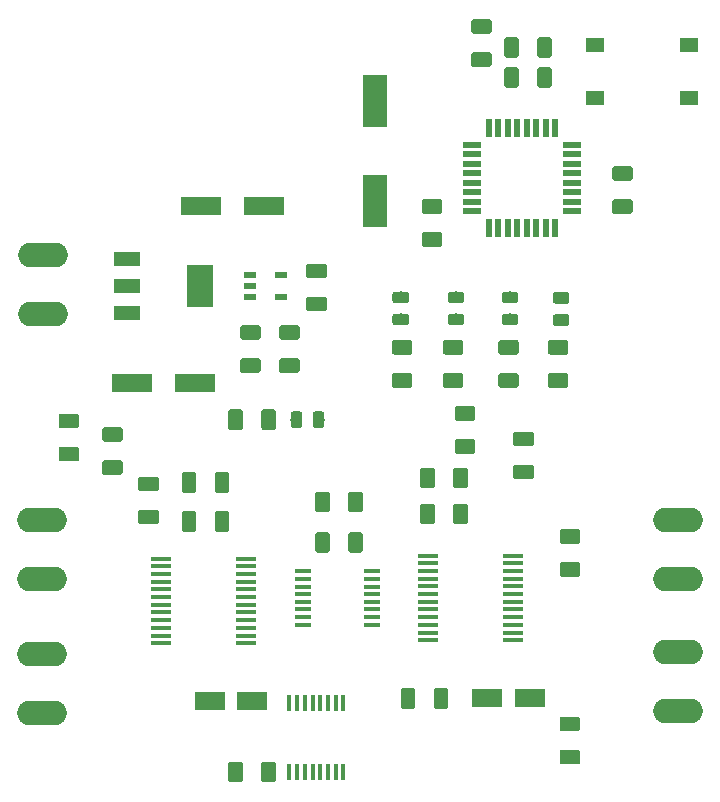
<source format=gbr>
G04 #@! TF.GenerationSoftware,KiCad,Pcbnew,(5.0.1)-3*
G04 #@! TF.CreationDate,2019-03-11T17:07:32+01:00*
G04 #@! TF.ProjectId,Arduino_Uno_R3_From_Scratch,41726475696E6F5F556E6F5F52335F46,rev?*
G04 #@! TF.SameCoordinates,Original*
G04 #@! TF.FileFunction,Paste,Top*
G04 #@! TF.FilePolarity,Positive*
%FSLAX46Y46*%
G04 Gerber Fmt 4.6, Leading zero omitted, Abs format (unit mm)*
G04 Created by KiCad (PCBNEW (5.0.1)-3) date 11/03/2019 17:07:32*
%MOMM*%
%LPD*%
G01*
G04 APERTURE LIST*
%ADD10R,1.550000X1.300000*%
%ADD11R,3.500000X1.600000*%
%ADD12C,0.100000*%
%ADD13C,1.250000*%
%ADD14R,2.600000X1.600000*%
%ADD15O,4.198620X2.098040*%
%ADD16R,1.473200X0.355600*%
%ADD17R,0.355600X1.473200*%
%ADD18C,0.975000*%
%ADD19R,1.750000X0.450000*%
%ADD20R,2.235200X1.219200*%
%ADD21R,2.200000X3.600000*%
%ADD22R,1.600000X0.550000*%
%ADD23R,0.550000X1.600000*%
%ADD24R,1.100000X0.600000*%
%ADD25R,2.000000X4.500000*%
G04 APERTURE END LIST*
D10*
G04 #@! TO.C,SW1*
X126449000Y-79157000D03*
X126449000Y-83657000D03*
X134409000Y-83657000D03*
X134409000Y-79157000D03*
G04 #@! TD*
D11*
G04 #@! TO.C,C1*
X87216000Y-107823000D03*
X92616000Y-107823000D03*
G04 #@! TD*
G04 #@! TO.C,C2*
X93058000Y-92837000D03*
X98458000Y-92837000D03*
G04 #@! TD*
D12*
G04 #@! TO.C,C3*
G36*
X97931504Y-105678204D02*
X97955773Y-105681804D01*
X97979571Y-105687765D01*
X98002671Y-105696030D01*
X98024849Y-105706520D01*
X98045893Y-105719133D01*
X98065598Y-105733747D01*
X98083777Y-105750223D01*
X98100253Y-105768402D01*
X98114867Y-105788107D01*
X98127480Y-105809151D01*
X98137970Y-105831329D01*
X98146235Y-105854429D01*
X98152196Y-105878227D01*
X98155796Y-105902496D01*
X98157000Y-105927000D01*
X98157000Y-106677000D01*
X98155796Y-106701504D01*
X98152196Y-106725773D01*
X98146235Y-106749571D01*
X98137970Y-106772671D01*
X98127480Y-106794849D01*
X98114867Y-106815893D01*
X98100253Y-106835598D01*
X98083777Y-106853777D01*
X98065598Y-106870253D01*
X98045893Y-106884867D01*
X98024849Y-106897480D01*
X98002671Y-106907970D01*
X97979571Y-106916235D01*
X97955773Y-106922196D01*
X97931504Y-106925796D01*
X97907000Y-106927000D01*
X96657000Y-106927000D01*
X96632496Y-106925796D01*
X96608227Y-106922196D01*
X96584429Y-106916235D01*
X96561329Y-106907970D01*
X96539151Y-106897480D01*
X96518107Y-106884867D01*
X96498402Y-106870253D01*
X96480223Y-106853777D01*
X96463747Y-106835598D01*
X96449133Y-106815893D01*
X96436520Y-106794849D01*
X96426030Y-106772671D01*
X96417765Y-106749571D01*
X96411804Y-106725773D01*
X96408204Y-106701504D01*
X96407000Y-106677000D01*
X96407000Y-105927000D01*
X96408204Y-105902496D01*
X96411804Y-105878227D01*
X96417765Y-105854429D01*
X96426030Y-105831329D01*
X96436520Y-105809151D01*
X96449133Y-105788107D01*
X96463747Y-105768402D01*
X96480223Y-105750223D01*
X96498402Y-105733747D01*
X96518107Y-105719133D01*
X96539151Y-105706520D01*
X96561329Y-105696030D01*
X96584429Y-105687765D01*
X96608227Y-105681804D01*
X96632496Y-105678204D01*
X96657000Y-105677000D01*
X97907000Y-105677000D01*
X97931504Y-105678204D01*
X97931504Y-105678204D01*
G37*
D13*
X97282000Y-106302000D03*
D12*
G36*
X97931504Y-102878204D02*
X97955773Y-102881804D01*
X97979571Y-102887765D01*
X98002671Y-102896030D01*
X98024849Y-102906520D01*
X98045893Y-102919133D01*
X98065598Y-102933747D01*
X98083777Y-102950223D01*
X98100253Y-102968402D01*
X98114867Y-102988107D01*
X98127480Y-103009151D01*
X98137970Y-103031329D01*
X98146235Y-103054429D01*
X98152196Y-103078227D01*
X98155796Y-103102496D01*
X98157000Y-103127000D01*
X98157000Y-103877000D01*
X98155796Y-103901504D01*
X98152196Y-103925773D01*
X98146235Y-103949571D01*
X98137970Y-103972671D01*
X98127480Y-103994849D01*
X98114867Y-104015893D01*
X98100253Y-104035598D01*
X98083777Y-104053777D01*
X98065598Y-104070253D01*
X98045893Y-104084867D01*
X98024849Y-104097480D01*
X98002671Y-104107970D01*
X97979571Y-104116235D01*
X97955773Y-104122196D01*
X97931504Y-104125796D01*
X97907000Y-104127000D01*
X96657000Y-104127000D01*
X96632496Y-104125796D01*
X96608227Y-104122196D01*
X96584429Y-104116235D01*
X96561329Y-104107970D01*
X96539151Y-104097480D01*
X96518107Y-104084867D01*
X96498402Y-104070253D01*
X96480223Y-104053777D01*
X96463747Y-104035598D01*
X96449133Y-104015893D01*
X96436520Y-103994849D01*
X96426030Y-103972671D01*
X96417765Y-103949571D01*
X96411804Y-103925773D01*
X96408204Y-103901504D01*
X96407000Y-103877000D01*
X96407000Y-103127000D01*
X96408204Y-103102496D01*
X96411804Y-103078227D01*
X96417765Y-103054429D01*
X96426030Y-103031329D01*
X96436520Y-103009151D01*
X96449133Y-102988107D01*
X96463747Y-102968402D01*
X96480223Y-102950223D01*
X96498402Y-102933747D01*
X96518107Y-102919133D01*
X96539151Y-102906520D01*
X96561329Y-102896030D01*
X96584429Y-102887765D01*
X96608227Y-102881804D01*
X96632496Y-102878204D01*
X96657000Y-102877000D01*
X97907000Y-102877000D01*
X97931504Y-102878204D01*
X97931504Y-102878204D01*
G37*
D13*
X97282000Y-103502000D03*
G04 #@! TD*
D12*
G04 #@! TO.C,C4*
G36*
X124982504Y-120150204D02*
X125006773Y-120153804D01*
X125030571Y-120159765D01*
X125053671Y-120168030D01*
X125075849Y-120178520D01*
X125096893Y-120191133D01*
X125116598Y-120205747D01*
X125134777Y-120222223D01*
X125151253Y-120240402D01*
X125165867Y-120260107D01*
X125178480Y-120281151D01*
X125188970Y-120303329D01*
X125197235Y-120326429D01*
X125203196Y-120350227D01*
X125206796Y-120374496D01*
X125208000Y-120399000D01*
X125208000Y-121149000D01*
X125206796Y-121173504D01*
X125203196Y-121197773D01*
X125197235Y-121221571D01*
X125188970Y-121244671D01*
X125178480Y-121266849D01*
X125165867Y-121287893D01*
X125151253Y-121307598D01*
X125134777Y-121325777D01*
X125116598Y-121342253D01*
X125096893Y-121356867D01*
X125075849Y-121369480D01*
X125053671Y-121379970D01*
X125030571Y-121388235D01*
X125006773Y-121394196D01*
X124982504Y-121397796D01*
X124958000Y-121399000D01*
X123708000Y-121399000D01*
X123683496Y-121397796D01*
X123659227Y-121394196D01*
X123635429Y-121388235D01*
X123612329Y-121379970D01*
X123590151Y-121369480D01*
X123569107Y-121356867D01*
X123549402Y-121342253D01*
X123531223Y-121325777D01*
X123514747Y-121307598D01*
X123500133Y-121287893D01*
X123487520Y-121266849D01*
X123477030Y-121244671D01*
X123468765Y-121221571D01*
X123462804Y-121197773D01*
X123459204Y-121173504D01*
X123458000Y-121149000D01*
X123458000Y-120399000D01*
X123459204Y-120374496D01*
X123462804Y-120350227D01*
X123468765Y-120326429D01*
X123477030Y-120303329D01*
X123487520Y-120281151D01*
X123500133Y-120260107D01*
X123514747Y-120240402D01*
X123531223Y-120222223D01*
X123549402Y-120205747D01*
X123569107Y-120191133D01*
X123590151Y-120178520D01*
X123612329Y-120168030D01*
X123635429Y-120159765D01*
X123659227Y-120153804D01*
X123683496Y-120150204D01*
X123708000Y-120149000D01*
X124958000Y-120149000D01*
X124982504Y-120150204D01*
X124982504Y-120150204D01*
G37*
D13*
X124333000Y-120774000D03*
D12*
G36*
X124982504Y-122950204D02*
X125006773Y-122953804D01*
X125030571Y-122959765D01*
X125053671Y-122968030D01*
X125075849Y-122978520D01*
X125096893Y-122991133D01*
X125116598Y-123005747D01*
X125134777Y-123022223D01*
X125151253Y-123040402D01*
X125165867Y-123060107D01*
X125178480Y-123081151D01*
X125188970Y-123103329D01*
X125197235Y-123126429D01*
X125203196Y-123150227D01*
X125206796Y-123174496D01*
X125208000Y-123199000D01*
X125208000Y-123949000D01*
X125206796Y-123973504D01*
X125203196Y-123997773D01*
X125197235Y-124021571D01*
X125188970Y-124044671D01*
X125178480Y-124066849D01*
X125165867Y-124087893D01*
X125151253Y-124107598D01*
X125134777Y-124125777D01*
X125116598Y-124142253D01*
X125096893Y-124156867D01*
X125075849Y-124169480D01*
X125053671Y-124179970D01*
X125030571Y-124188235D01*
X125006773Y-124194196D01*
X124982504Y-124197796D01*
X124958000Y-124199000D01*
X123708000Y-124199000D01*
X123683496Y-124197796D01*
X123659227Y-124194196D01*
X123635429Y-124188235D01*
X123612329Y-124179970D01*
X123590151Y-124169480D01*
X123569107Y-124156867D01*
X123549402Y-124142253D01*
X123531223Y-124125777D01*
X123514747Y-124107598D01*
X123500133Y-124087893D01*
X123487520Y-124066849D01*
X123477030Y-124044671D01*
X123468765Y-124021571D01*
X123462804Y-123997773D01*
X123459204Y-123973504D01*
X123458000Y-123949000D01*
X123458000Y-123199000D01*
X123459204Y-123174496D01*
X123462804Y-123150227D01*
X123468765Y-123126429D01*
X123477030Y-123103329D01*
X123487520Y-123081151D01*
X123500133Y-123060107D01*
X123514747Y-123040402D01*
X123531223Y-123022223D01*
X123549402Y-123005747D01*
X123569107Y-122991133D01*
X123590151Y-122978520D01*
X123612329Y-122968030D01*
X123635429Y-122959765D01*
X123659227Y-122953804D01*
X123683496Y-122950204D01*
X123708000Y-122949000D01*
X124958000Y-122949000D01*
X124982504Y-122950204D01*
X124982504Y-122950204D01*
G37*
D13*
X124333000Y-123574000D03*
G04 #@! TD*
D12*
G04 #@! TO.C,C5*
G36*
X89295504Y-115705204D02*
X89319773Y-115708804D01*
X89343571Y-115714765D01*
X89366671Y-115723030D01*
X89388849Y-115733520D01*
X89409893Y-115746133D01*
X89429598Y-115760747D01*
X89447777Y-115777223D01*
X89464253Y-115795402D01*
X89478867Y-115815107D01*
X89491480Y-115836151D01*
X89501970Y-115858329D01*
X89510235Y-115881429D01*
X89516196Y-115905227D01*
X89519796Y-115929496D01*
X89521000Y-115954000D01*
X89521000Y-116704000D01*
X89519796Y-116728504D01*
X89516196Y-116752773D01*
X89510235Y-116776571D01*
X89501970Y-116799671D01*
X89491480Y-116821849D01*
X89478867Y-116842893D01*
X89464253Y-116862598D01*
X89447777Y-116880777D01*
X89429598Y-116897253D01*
X89409893Y-116911867D01*
X89388849Y-116924480D01*
X89366671Y-116934970D01*
X89343571Y-116943235D01*
X89319773Y-116949196D01*
X89295504Y-116952796D01*
X89271000Y-116954000D01*
X88021000Y-116954000D01*
X87996496Y-116952796D01*
X87972227Y-116949196D01*
X87948429Y-116943235D01*
X87925329Y-116934970D01*
X87903151Y-116924480D01*
X87882107Y-116911867D01*
X87862402Y-116897253D01*
X87844223Y-116880777D01*
X87827747Y-116862598D01*
X87813133Y-116842893D01*
X87800520Y-116821849D01*
X87790030Y-116799671D01*
X87781765Y-116776571D01*
X87775804Y-116752773D01*
X87772204Y-116728504D01*
X87771000Y-116704000D01*
X87771000Y-115954000D01*
X87772204Y-115929496D01*
X87775804Y-115905227D01*
X87781765Y-115881429D01*
X87790030Y-115858329D01*
X87800520Y-115836151D01*
X87813133Y-115815107D01*
X87827747Y-115795402D01*
X87844223Y-115777223D01*
X87862402Y-115760747D01*
X87882107Y-115746133D01*
X87903151Y-115733520D01*
X87925329Y-115723030D01*
X87948429Y-115714765D01*
X87972227Y-115708804D01*
X87996496Y-115705204D01*
X88021000Y-115704000D01*
X89271000Y-115704000D01*
X89295504Y-115705204D01*
X89295504Y-115705204D01*
G37*
D13*
X88646000Y-116329000D03*
D12*
G36*
X89295504Y-118505204D02*
X89319773Y-118508804D01*
X89343571Y-118514765D01*
X89366671Y-118523030D01*
X89388849Y-118533520D01*
X89409893Y-118546133D01*
X89429598Y-118560747D01*
X89447777Y-118577223D01*
X89464253Y-118595402D01*
X89478867Y-118615107D01*
X89491480Y-118636151D01*
X89501970Y-118658329D01*
X89510235Y-118681429D01*
X89516196Y-118705227D01*
X89519796Y-118729496D01*
X89521000Y-118754000D01*
X89521000Y-119504000D01*
X89519796Y-119528504D01*
X89516196Y-119552773D01*
X89510235Y-119576571D01*
X89501970Y-119599671D01*
X89491480Y-119621849D01*
X89478867Y-119642893D01*
X89464253Y-119662598D01*
X89447777Y-119680777D01*
X89429598Y-119697253D01*
X89409893Y-119711867D01*
X89388849Y-119724480D01*
X89366671Y-119734970D01*
X89343571Y-119743235D01*
X89319773Y-119749196D01*
X89295504Y-119752796D01*
X89271000Y-119754000D01*
X88021000Y-119754000D01*
X87996496Y-119752796D01*
X87972227Y-119749196D01*
X87948429Y-119743235D01*
X87925329Y-119734970D01*
X87903151Y-119724480D01*
X87882107Y-119711867D01*
X87862402Y-119697253D01*
X87844223Y-119680777D01*
X87827747Y-119662598D01*
X87813133Y-119642893D01*
X87800520Y-119621849D01*
X87790030Y-119599671D01*
X87781765Y-119576571D01*
X87775804Y-119552773D01*
X87772204Y-119528504D01*
X87771000Y-119504000D01*
X87771000Y-118754000D01*
X87772204Y-118729496D01*
X87775804Y-118705227D01*
X87781765Y-118681429D01*
X87790030Y-118658329D01*
X87800520Y-118636151D01*
X87813133Y-118615107D01*
X87827747Y-118595402D01*
X87844223Y-118577223D01*
X87862402Y-118560747D01*
X87882107Y-118546133D01*
X87903151Y-118533520D01*
X87925329Y-118523030D01*
X87948429Y-118514765D01*
X87972227Y-118508804D01*
X87996496Y-118505204D01*
X88021000Y-118504000D01*
X89271000Y-118504000D01*
X89295504Y-118505204D01*
X89295504Y-118505204D01*
G37*
D13*
X88646000Y-119129000D03*
G04 #@! TD*
D12*
G04 #@! TO.C,C6*
G36*
X103519504Y-97671204D02*
X103543773Y-97674804D01*
X103567571Y-97680765D01*
X103590671Y-97689030D01*
X103612849Y-97699520D01*
X103633893Y-97712133D01*
X103653598Y-97726747D01*
X103671777Y-97743223D01*
X103688253Y-97761402D01*
X103702867Y-97781107D01*
X103715480Y-97802151D01*
X103725970Y-97824329D01*
X103734235Y-97847429D01*
X103740196Y-97871227D01*
X103743796Y-97895496D01*
X103745000Y-97920000D01*
X103745000Y-98670000D01*
X103743796Y-98694504D01*
X103740196Y-98718773D01*
X103734235Y-98742571D01*
X103725970Y-98765671D01*
X103715480Y-98787849D01*
X103702867Y-98808893D01*
X103688253Y-98828598D01*
X103671777Y-98846777D01*
X103653598Y-98863253D01*
X103633893Y-98877867D01*
X103612849Y-98890480D01*
X103590671Y-98900970D01*
X103567571Y-98909235D01*
X103543773Y-98915196D01*
X103519504Y-98918796D01*
X103495000Y-98920000D01*
X102245000Y-98920000D01*
X102220496Y-98918796D01*
X102196227Y-98915196D01*
X102172429Y-98909235D01*
X102149329Y-98900970D01*
X102127151Y-98890480D01*
X102106107Y-98877867D01*
X102086402Y-98863253D01*
X102068223Y-98846777D01*
X102051747Y-98828598D01*
X102037133Y-98808893D01*
X102024520Y-98787849D01*
X102014030Y-98765671D01*
X102005765Y-98742571D01*
X101999804Y-98718773D01*
X101996204Y-98694504D01*
X101995000Y-98670000D01*
X101995000Y-97920000D01*
X101996204Y-97895496D01*
X101999804Y-97871227D01*
X102005765Y-97847429D01*
X102014030Y-97824329D01*
X102024520Y-97802151D01*
X102037133Y-97781107D01*
X102051747Y-97761402D01*
X102068223Y-97743223D01*
X102086402Y-97726747D01*
X102106107Y-97712133D01*
X102127151Y-97699520D01*
X102149329Y-97689030D01*
X102172429Y-97680765D01*
X102196227Y-97674804D01*
X102220496Y-97671204D01*
X102245000Y-97670000D01*
X103495000Y-97670000D01*
X103519504Y-97671204D01*
X103519504Y-97671204D01*
G37*
D13*
X102870000Y-98295000D03*
D12*
G36*
X103519504Y-100471204D02*
X103543773Y-100474804D01*
X103567571Y-100480765D01*
X103590671Y-100489030D01*
X103612849Y-100499520D01*
X103633893Y-100512133D01*
X103653598Y-100526747D01*
X103671777Y-100543223D01*
X103688253Y-100561402D01*
X103702867Y-100581107D01*
X103715480Y-100602151D01*
X103725970Y-100624329D01*
X103734235Y-100647429D01*
X103740196Y-100671227D01*
X103743796Y-100695496D01*
X103745000Y-100720000D01*
X103745000Y-101470000D01*
X103743796Y-101494504D01*
X103740196Y-101518773D01*
X103734235Y-101542571D01*
X103725970Y-101565671D01*
X103715480Y-101587849D01*
X103702867Y-101608893D01*
X103688253Y-101628598D01*
X103671777Y-101646777D01*
X103653598Y-101663253D01*
X103633893Y-101677867D01*
X103612849Y-101690480D01*
X103590671Y-101700970D01*
X103567571Y-101709235D01*
X103543773Y-101715196D01*
X103519504Y-101718796D01*
X103495000Y-101720000D01*
X102245000Y-101720000D01*
X102220496Y-101718796D01*
X102196227Y-101715196D01*
X102172429Y-101709235D01*
X102149329Y-101700970D01*
X102127151Y-101690480D01*
X102106107Y-101677867D01*
X102086402Y-101663253D01*
X102068223Y-101646777D01*
X102051747Y-101628598D01*
X102037133Y-101608893D01*
X102024520Y-101587849D01*
X102014030Y-101565671D01*
X102005765Y-101542571D01*
X101999804Y-101518773D01*
X101996204Y-101494504D01*
X101995000Y-101470000D01*
X101995000Y-100720000D01*
X101996204Y-100695496D01*
X101999804Y-100671227D01*
X102005765Y-100647429D01*
X102014030Y-100624329D01*
X102024520Y-100602151D01*
X102037133Y-100581107D01*
X102051747Y-100561402D01*
X102068223Y-100543223D01*
X102086402Y-100526747D01*
X102106107Y-100512133D01*
X102127151Y-100499520D01*
X102149329Y-100489030D01*
X102172429Y-100480765D01*
X102196227Y-100474804D01*
X102220496Y-100471204D01*
X102245000Y-100470000D01*
X103495000Y-100470000D01*
X103519504Y-100471204D01*
X103519504Y-100471204D01*
G37*
D13*
X102870000Y-101095000D03*
G04 #@! TD*
D12*
G04 #@! TO.C,C7*
G36*
X82564504Y-113171204D02*
X82588773Y-113174804D01*
X82612571Y-113180765D01*
X82635671Y-113189030D01*
X82657849Y-113199520D01*
X82678893Y-113212133D01*
X82698598Y-113226747D01*
X82716777Y-113243223D01*
X82733253Y-113261402D01*
X82747867Y-113281107D01*
X82760480Y-113302151D01*
X82770970Y-113324329D01*
X82779235Y-113347429D01*
X82785196Y-113371227D01*
X82788796Y-113395496D01*
X82790000Y-113420000D01*
X82790000Y-114170000D01*
X82788796Y-114194504D01*
X82785196Y-114218773D01*
X82779235Y-114242571D01*
X82770970Y-114265671D01*
X82760480Y-114287849D01*
X82747867Y-114308893D01*
X82733253Y-114328598D01*
X82716777Y-114346777D01*
X82698598Y-114363253D01*
X82678893Y-114377867D01*
X82657849Y-114390480D01*
X82635671Y-114400970D01*
X82612571Y-114409235D01*
X82588773Y-114415196D01*
X82564504Y-114418796D01*
X82540000Y-114420000D01*
X81290000Y-114420000D01*
X81265496Y-114418796D01*
X81241227Y-114415196D01*
X81217429Y-114409235D01*
X81194329Y-114400970D01*
X81172151Y-114390480D01*
X81151107Y-114377867D01*
X81131402Y-114363253D01*
X81113223Y-114346777D01*
X81096747Y-114328598D01*
X81082133Y-114308893D01*
X81069520Y-114287849D01*
X81059030Y-114265671D01*
X81050765Y-114242571D01*
X81044804Y-114218773D01*
X81041204Y-114194504D01*
X81040000Y-114170000D01*
X81040000Y-113420000D01*
X81041204Y-113395496D01*
X81044804Y-113371227D01*
X81050765Y-113347429D01*
X81059030Y-113324329D01*
X81069520Y-113302151D01*
X81082133Y-113281107D01*
X81096747Y-113261402D01*
X81113223Y-113243223D01*
X81131402Y-113226747D01*
X81151107Y-113212133D01*
X81172151Y-113199520D01*
X81194329Y-113189030D01*
X81217429Y-113180765D01*
X81241227Y-113174804D01*
X81265496Y-113171204D01*
X81290000Y-113170000D01*
X82540000Y-113170000D01*
X82564504Y-113171204D01*
X82564504Y-113171204D01*
G37*
D13*
X81915000Y-113795000D03*
D12*
G36*
X82564504Y-110371204D02*
X82588773Y-110374804D01*
X82612571Y-110380765D01*
X82635671Y-110389030D01*
X82657849Y-110399520D01*
X82678893Y-110412133D01*
X82698598Y-110426747D01*
X82716777Y-110443223D01*
X82733253Y-110461402D01*
X82747867Y-110481107D01*
X82760480Y-110502151D01*
X82770970Y-110524329D01*
X82779235Y-110547429D01*
X82785196Y-110571227D01*
X82788796Y-110595496D01*
X82790000Y-110620000D01*
X82790000Y-111370000D01*
X82788796Y-111394504D01*
X82785196Y-111418773D01*
X82779235Y-111442571D01*
X82770970Y-111465671D01*
X82760480Y-111487849D01*
X82747867Y-111508893D01*
X82733253Y-111528598D01*
X82716777Y-111546777D01*
X82698598Y-111563253D01*
X82678893Y-111577867D01*
X82657849Y-111590480D01*
X82635671Y-111600970D01*
X82612571Y-111609235D01*
X82588773Y-111615196D01*
X82564504Y-111618796D01*
X82540000Y-111620000D01*
X81290000Y-111620000D01*
X81265496Y-111618796D01*
X81241227Y-111615196D01*
X81217429Y-111609235D01*
X81194329Y-111600970D01*
X81172151Y-111590480D01*
X81151107Y-111577867D01*
X81131402Y-111563253D01*
X81113223Y-111546777D01*
X81096747Y-111528598D01*
X81082133Y-111508893D01*
X81069520Y-111487849D01*
X81059030Y-111465671D01*
X81050765Y-111442571D01*
X81044804Y-111418773D01*
X81041204Y-111394504D01*
X81040000Y-111370000D01*
X81040000Y-110620000D01*
X81041204Y-110595496D01*
X81044804Y-110571227D01*
X81050765Y-110547429D01*
X81059030Y-110524329D01*
X81069520Y-110502151D01*
X81082133Y-110481107D01*
X81096747Y-110461402D01*
X81113223Y-110443223D01*
X81131402Y-110426747D01*
X81151107Y-110412133D01*
X81172151Y-110399520D01*
X81194329Y-110389030D01*
X81217429Y-110380765D01*
X81241227Y-110374804D01*
X81265496Y-110371204D01*
X81290000Y-110370000D01*
X82540000Y-110370000D01*
X82564504Y-110371204D01*
X82564504Y-110371204D01*
G37*
D13*
X81915000Y-110995000D03*
G04 #@! TD*
D12*
G04 #@! TO.C,C8*
G36*
X115464504Y-117998204D02*
X115488773Y-118001804D01*
X115512571Y-118007765D01*
X115535671Y-118016030D01*
X115557849Y-118026520D01*
X115578893Y-118039133D01*
X115598598Y-118053747D01*
X115616777Y-118070223D01*
X115633253Y-118088402D01*
X115647867Y-118108107D01*
X115660480Y-118129151D01*
X115670970Y-118151329D01*
X115679235Y-118174429D01*
X115685196Y-118198227D01*
X115688796Y-118222496D01*
X115690000Y-118247000D01*
X115690000Y-119497000D01*
X115688796Y-119521504D01*
X115685196Y-119545773D01*
X115679235Y-119569571D01*
X115670970Y-119592671D01*
X115660480Y-119614849D01*
X115647867Y-119635893D01*
X115633253Y-119655598D01*
X115616777Y-119673777D01*
X115598598Y-119690253D01*
X115578893Y-119704867D01*
X115557849Y-119717480D01*
X115535671Y-119727970D01*
X115512571Y-119736235D01*
X115488773Y-119742196D01*
X115464504Y-119745796D01*
X115440000Y-119747000D01*
X114690000Y-119747000D01*
X114665496Y-119745796D01*
X114641227Y-119742196D01*
X114617429Y-119736235D01*
X114594329Y-119727970D01*
X114572151Y-119717480D01*
X114551107Y-119704867D01*
X114531402Y-119690253D01*
X114513223Y-119673777D01*
X114496747Y-119655598D01*
X114482133Y-119635893D01*
X114469520Y-119614849D01*
X114459030Y-119592671D01*
X114450765Y-119569571D01*
X114444804Y-119545773D01*
X114441204Y-119521504D01*
X114440000Y-119497000D01*
X114440000Y-118247000D01*
X114441204Y-118222496D01*
X114444804Y-118198227D01*
X114450765Y-118174429D01*
X114459030Y-118151329D01*
X114469520Y-118129151D01*
X114482133Y-118108107D01*
X114496747Y-118088402D01*
X114513223Y-118070223D01*
X114531402Y-118053747D01*
X114551107Y-118039133D01*
X114572151Y-118026520D01*
X114594329Y-118016030D01*
X114617429Y-118007765D01*
X114641227Y-118001804D01*
X114665496Y-117998204D01*
X114690000Y-117997000D01*
X115440000Y-117997000D01*
X115464504Y-117998204D01*
X115464504Y-117998204D01*
G37*
D13*
X115065000Y-118872000D03*
D12*
G36*
X112664504Y-117998204D02*
X112688773Y-118001804D01*
X112712571Y-118007765D01*
X112735671Y-118016030D01*
X112757849Y-118026520D01*
X112778893Y-118039133D01*
X112798598Y-118053747D01*
X112816777Y-118070223D01*
X112833253Y-118088402D01*
X112847867Y-118108107D01*
X112860480Y-118129151D01*
X112870970Y-118151329D01*
X112879235Y-118174429D01*
X112885196Y-118198227D01*
X112888796Y-118222496D01*
X112890000Y-118247000D01*
X112890000Y-119497000D01*
X112888796Y-119521504D01*
X112885196Y-119545773D01*
X112879235Y-119569571D01*
X112870970Y-119592671D01*
X112860480Y-119614849D01*
X112847867Y-119635893D01*
X112833253Y-119655598D01*
X112816777Y-119673777D01*
X112798598Y-119690253D01*
X112778893Y-119704867D01*
X112757849Y-119717480D01*
X112735671Y-119727970D01*
X112712571Y-119736235D01*
X112688773Y-119742196D01*
X112664504Y-119745796D01*
X112640000Y-119747000D01*
X111890000Y-119747000D01*
X111865496Y-119745796D01*
X111841227Y-119742196D01*
X111817429Y-119736235D01*
X111794329Y-119727970D01*
X111772151Y-119717480D01*
X111751107Y-119704867D01*
X111731402Y-119690253D01*
X111713223Y-119673777D01*
X111696747Y-119655598D01*
X111682133Y-119635893D01*
X111669520Y-119614849D01*
X111659030Y-119592671D01*
X111650765Y-119569571D01*
X111644804Y-119545773D01*
X111641204Y-119521504D01*
X111640000Y-119497000D01*
X111640000Y-118247000D01*
X111641204Y-118222496D01*
X111644804Y-118198227D01*
X111650765Y-118174429D01*
X111659030Y-118151329D01*
X111669520Y-118129151D01*
X111682133Y-118108107D01*
X111696747Y-118088402D01*
X111713223Y-118070223D01*
X111731402Y-118053747D01*
X111751107Y-118039133D01*
X111772151Y-118026520D01*
X111794329Y-118016030D01*
X111817429Y-118007765D01*
X111841227Y-118001804D01*
X111865496Y-117998204D01*
X111890000Y-117997000D01*
X112640000Y-117997000D01*
X112664504Y-117998204D01*
X112664504Y-117998204D01*
G37*
D13*
X112265000Y-118872000D03*
G04 #@! TD*
D14*
G04 #@! TO.C,C9*
X117326000Y-134493000D03*
X120926000Y-134493000D03*
G04 #@! TD*
G04 #@! TO.C,C10*
X97431000Y-134747000D03*
X93831000Y-134747000D03*
G04 #@! TD*
D12*
G04 #@! TO.C,C11*
G36*
X101233504Y-102878204D02*
X101257773Y-102881804D01*
X101281571Y-102887765D01*
X101304671Y-102896030D01*
X101326849Y-102906520D01*
X101347893Y-102919133D01*
X101367598Y-102933747D01*
X101385777Y-102950223D01*
X101402253Y-102968402D01*
X101416867Y-102988107D01*
X101429480Y-103009151D01*
X101439970Y-103031329D01*
X101448235Y-103054429D01*
X101454196Y-103078227D01*
X101457796Y-103102496D01*
X101459000Y-103127000D01*
X101459000Y-103877000D01*
X101457796Y-103901504D01*
X101454196Y-103925773D01*
X101448235Y-103949571D01*
X101439970Y-103972671D01*
X101429480Y-103994849D01*
X101416867Y-104015893D01*
X101402253Y-104035598D01*
X101385777Y-104053777D01*
X101367598Y-104070253D01*
X101347893Y-104084867D01*
X101326849Y-104097480D01*
X101304671Y-104107970D01*
X101281571Y-104116235D01*
X101257773Y-104122196D01*
X101233504Y-104125796D01*
X101209000Y-104127000D01*
X99959000Y-104127000D01*
X99934496Y-104125796D01*
X99910227Y-104122196D01*
X99886429Y-104116235D01*
X99863329Y-104107970D01*
X99841151Y-104097480D01*
X99820107Y-104084867D01*
X99800402Y-104070253D01*
X99782223Y-104053777D01*
X99765747Y-104035598D01*
X99751133Y-104015893D01*
X99738520Y-103994849D01*
X99728030Y-103972671D01*
X99719765Y-103949571D01*
X99713804Y-103925773D01*
X99710204Y-103901504D01*
X99709000Y-103877000D01*
X99709000Y-103127000D01*
X99710204Y-103102496D01*
X99713804Y-103078227D01*
X99719765Y-103054429D01*
X99728030Y-103031329D01*
X99738520Y-103009151D01*
X99751133Y-102988107D01*
X99765747Y-102968402D01*
X99782223Y-102950223D01*
X99800402Y-102933747D01*
X99820107Y-102919133D01*
X99841151Y-102906520D01*
X99863329Y-102896030D01*
X99886429Y-102887765D01*
X99910227Y-102881804D01*
X99934496Y-102878204D01*
X99959000Y-102877000D01*
X101209000Y-102877000D01*
X101233504Y-102878204D01*
X101233504Y-102878204D01*
G37*
D13*
X100584000Y-103502000D03*
D12*
G36*
X101233504Y-105678204D02*
X101257773Y-105681804D01*
X101281571Y-105687765D01*
X101304671Y-105696030D01*
X101326849Y-105706520D01*
X101347893Y-105719133D01*
X101367598Y-105733747D01*
X101385777Y-105750223D01*
X101402253Y-105768402D01*
X101416867Y-105788107D01*
X101429480Y-105809151D01*
X101439970Y-105831329D01*
X101448235Y-105854429D01*
X101454196Y-105878227D01*
X101457796Y-105902496D01*
X101459000Y-105927000D01*
X101459000Y-106677000D01*
X101457796Y-106701504D01*
X101454196Y-106725773D01*
X101448235Y-106749571D01*
X101439970Y-106772671D01*
X101429480Y-106794849D01*
X101416867Y-106815893D01*
X101402253Y-106835598D01*
X101385777Y-106853777D01*
X101367598Y-106870253D01*
X101347893Y-106884867D01*
X101326849Y-106897480D01*
X101304671Y-106907970D01*
X101281571Y-106916235D01*
X101257773Y-106922196D01*
X101233504Y-106925796D01*
X101209000Y-106927000D01*
X99959000Y-106927000D01*
X99934496Y-106925796D01*
X99910227Y-106922196D01*
X99886429Y-106916235D01*
X99863329Y-106907970D01*
X99841151Y-106897480D01*
X99820107Y-106884867D01*
X99800402Y-106870253D01*
X99782223Y-106853777D01*
X99765747Y-106835598D01*
X99751133Y-106815893D01*
X99738520Y-106794849D01*
X99728030Y-106772671D01*
X99719765Y-106749571D01*
X99713804Y-106725773D01*
X99710204Y-106701504D01*
X99709000Y-106677000D01*
X99709000Y-105927000D01*
X99710204Y-105902496D01*
X99713804Y-105878227D01*
X99719765Y-105854429D01*
X99728030Y-105831329D01*
X99738520Y-105809151D01*
X99751133Y-105788107D01*
X99765747Y-105768402D01*
X99782223Y-105750223D01*
X99800402Y-105733747D01*
X99820107Y-105719133D01*
X99841151Y-105706520D01*
X99863329Y-105696030D01*
X99886429Y-105687765D01*
X99910227Y-105681804D01*
X99934496Y-105678204D01*
X99959000Y-105677000D01*
X101209000Y-105677000D01*
X101233504Y-105678204D01*
X101233504Y-105678204D01*
G37*
D13*
X100584000Y-106302000D03*
G04 #@! TD*
D12*
G04 #@! TO.C,C12*
G36*
X106574504Y-116982204D02*
X106598773Y-116985804D01*
X106622571Y-116991765D01*
X106645671Y-117000030D01*
X106667849Y-117010520D01*
X106688893Y-117023133D01*
X106708598Y-117037747D01*
X106726777Y-117054223D01*
X106743253Y-117072402D01*
X106757867Y-117092107D01*
X106770480Y-117113151D01*
X106780970Y-117135329D01*
X106789235Y-117158429D01*
X106795196Y-117182227D01*
X106798796Y-117206496D01*
X106800000Y-117231000D01*
X106800000Y-118481000D01*
X106798796Y-118505504D01*
X106795196Y-118529773D01*
X106789235Y-118553571D01*
X106780970Y-118576671D01*
X106770480Y-118598849D01*
X106757867Y-118619893D01*
X106743253Y-118639598D01*
X106726777Y-118657777D01*
X106708598Y-118674253D01*
X106688893Y-118688867D01*
X106667849Y-118701480D01*
X106645671Y-118711970D01*
X106622571Y-118720235D01*
X106598773Y-118726196D01*
X106574504Y-118729796D01*
X106550000Y-118731000D01*
X105800000Y-118731000D01*
X105775496Y-118729796D01*
X105751227Y-118726196D01*
X105727429Y-118720235D01*
X105704329Y-118711970D01*
X105682151Y-118701480D01*
X105661107Y-118688867D01*
X105641402Y-118674253D01*
X105623223Y-118657777D01*
X105606747Y-118639598D01*
X105592133Y-118619893D01*
X105579520Y-118598849D01*
X105569030Y-118576671D01*
X105560765Y-118553571D01*
X105554804Y-118529773D01*
X105551204Y-118505504D01*
X105550000Y-118481000D01*
X105550000Y-117231000D01*
X105551204Y-117206496D01*
X105554804Y-117182227D01*
X105560765Y-117158429D01*
X105569030Y-117135329D01*
X105579520Y-117113151D01*
X105592133Y-117092107D01*
X105606747Y-117072402D01*
X105623223Y-117054223D01*
X105641402Y-117037747D01*
X105661107Y-117023133D01*
X105682151Y-117010520D01*
X105704329Y-117000030D01*
X105727429Y-116991765D01*
X105751227Y-116985804D01*
X105775496Y-116982204D01*
X105800000Y-116981000D01*
X106550000Y-116981000D01*
X106574504Y-116982204D01*
X106574504Y-116982204D01*
G37*
D13*
X106175000Y-117856000D03*
D12*
G36*
X103774504Y-116982204D02*
X103798773Y-116985804D01*
X103822571Y-116991765D01*
X103845671Y-117000030D01*
X103867849Y-117010520D01*
X103888893Y-117023133D01*
X103908598Y-117037747D01*
X103926777Y-117054223D01*
X103943253Y-117072402D01*
X103957867Y-117092107D01*
X103970480Y-117113151D01*
X103980970Y-117135329D01*
X103989235Y-117158429D01*
X103995196Y-117182227D01*
X103998796Y-117206496D01*
X104000000Y-117231000D01*
X104000000Y-118481000D01*
X103998796Y-118505504D01*
X103995196Y-118529773D01*
X103989235Y-118553571D01*
X103980970Y-118576671D01*
X103970480Y-118598849D01*
X103957867Y-118619893D01*
X103943253Y-118639598D01*
X103926777Y-118657777D01*
X103908598Y-118674253D01*
X103888893Y-118688867D01*
X103867849Y-118701480D01*
X103845671Y-118711970D01*
X103822571Y-118720235D01*
X103798773Y-118726196D01*
X103774504Y-118729796D01*
X103750000Y-118731000D01*
X103000000Y-118731000D01*
X102975496Y-118729796D01*
X102951227Y-118726196D01*
X102927429Y-118720235D01*
X102904329Y-118711970D01*
X102882151Y-118701480D01*
X102861107Y-118688867D01*
X102841402Y-118674253D01*
X102823223Y-118657777D01*
X102806747Y-118639598D01*
X102792133Y-118619893D01*
X102779520Y-118598849D01*
X102769030Y-118576671D01*
X102760765Y-118553571D01*
X102754804Y-118529773D01*
X102751204Y-118505504D01*
X102750000Y-118481000D01*
X102750000Y-117231000D01*
X102751204Y-117206496D01*
X102754804Y-117182227D01*
X102760765Y-117158429D01*
X102769030Y-117135329D01*
X102779520Y-117113151D01*
X102792133Y-117092107D01*
X102806747Y-117072402D01*
X102823223Y-117054223D01*
X102841402Y-117037747D01*
X102861107Y-117023133D01*
X102882151Y-117010520D01*
X102904329Y-117000030D01*
X102927429Y-116991765D01*
X102951227Y-116985804D01*
X102975496Y-116982204D01*
X103000000Y-116981000D01*
X103750000Y-116981000D01*
X103774504Y-116982204D01*
X103774504Y-116982204D01*
G37*
D13*
X103375000Y-117856000D03*
G04 #@! TD*
D12*
G04 #@! TO.C,C13*
G36*
X116092504Y-109736204D02*
X116116773Y-109739804D01*
X116140571Y-109745765D01*
X116163671Y-109754030D01*
X116185849Y-109764520D01*
X116206893Y-109777133D01*
X116226598Y-109791747D01*
X116244777Y-109808223D01*
X116261253Y-109826402D01*
X116275867Y-109846107D01*
X116288480Y-109867151D01*
X116298970Y-109889329D01*
X116307235Y-109912429D01*
X116313196Y-109936227D01*
X116316796Y-109960496D01*
X116318000Y-109985000D01*
X116318000Y-110735000D01*
X116316796Y-110759504D01*
X116313196Y-110783773D01*
X116307235Y-110807571D01*
X116298970Y-110830671D01*
X116288480Y-110852849D01*
X116275867Y-110873893D01*
X116261253Y-110893598D01*
X116244777Y-110911777D01*
X116226598Y-110928253D01*
X116206893Y-110942867D01*
X116185849Y-110955480D01*
X116163671Y-110965970D01*
X116140571Y-110974235D01*
X116116773Y-110980196D01*
X116092504Y-110983796D01*
X116068000Y-110985000D01*
X114818000Y-110985000D01*
X114793496Y-110983796D01*
X114769227Y-110980196D01*
X114745429Y-110974235D01*
X114722329Y-110965970D01*
X114700151Y-110955480D01*
X114679107Y-110942867D01*
X114659402Y-110928253D01*
X114641223Y-110911777D01*
X114624747Y-110893598D01*
X114610133Y-110873893D01*
X114597520Y-110852849D01*
X114587030Y-110830671D01*
X114578765Y-110807571D01*
X114572804Y-110783773D01*
X114569204Y-110759504D01*
X114568000Y-110735000D01*
X114568000Y-109985000D01*
X114569204Y-109960496D01*
X114572804Y-109936227D01*
X114578765Y-109912429D01*
X114587030Y-109889329D01*
X114597520Y-109867151D01*
X114610133Y-109846107D01*
X114624747Y-109826402D01*
X114641223Y-109808223D01*
X114659402Y-109791747D01*
X114679107Y-109777133D01*
X114700151Y-109764520D01*
X114722329Y-109754030D01*
X114745429Y-109745765D01*
X114769227Y-109739804D01*
X114793496Y-109736204D01*
X114818000Y-109735000D01*
X116068000Y-109735000D01*
X116092504Y-109736204D01*
X116092504Y-109736204D01*
G37*
D13*
X115443000Y-110360000D03*
D12*
G36*
X116092504Y-112536204D02*
X116116773Y-112539804D01*
X116140571Y-112545765D01*
X116163671Y-112554030D01*
X116185849Y-112564520D01*
X116206893Y-112577133D01*
X116226598Y-112591747D01*
X116244777Y-112608223D01*
X116261253Y-112626402D01*
X116275867Y-112646107D01*
X116288480Y-112667151D01*
X116298970Y-112689329D01*
X116307235Y-112712429D01*
X116313196Y-112736227D01*
X116316796Y-112760496D01*
X116318000Y-112785000D01*
X116318000Y-113535000D01*
X116316796Y-113559504D01*
X116313196Y-113583773D01*
X116307235Y-113607571D01*
X116298970Y-113630671D01*
X116288480Y-113652849D01*
X116275867Y-113673893D01*
X116261253Y-113693598D01*
X116244777Y-113711777D01*
X116226598Y-113728253D01*
X116206893Y-113742867D01*
X116185849Y-113755480D01*
X116163671Y-113765970D01*
X116140571Y-113774235D01*
X116116773Y-113780196D01*
X116092504Y-113783796D01*
X116068000Y-113785000D01*
X114818000Y-113785000D01*
X114793496Y-113783796D01*
X114769227Y-113780196D01*
X114745429Y-113774235D01*
X114722329Y-113765970D01*
X114700151Y-113755480D01*
X114679107Y-113742867D01*
X114659402Y-113728253D01*
X114641223Y-113711777D01*
X114624747Y-113693598D01*
X114610133Y-113673893D01*
X114597520Y-113652849D01*
X114587030Y-113630671D01*
X114578765Y-113607571D01*
X114572804Y-113583773D01*
X114569204Y-113559504D01*
X114568000Y-113535000D01*
X114568000Y-112785000D01*
X114569204Y-112760496D01*
X114572804Y-112736227D01*
X114578765Y-112712429D01*
X114587030Y-112689329D01*
X114597520Y-112667151D01*
X114610133Y-112646107D01*
X114624747Y-112626402D01*
X114641223Y-112608223D01*
X114659402Y-112591747D01*
X114679107Y-112577133D01*
X114700151Y-112564520D01*
X114722329Y-112554030D01*
X114745429Y-112545765D01*
X114769227Y-112539804D01*
X114793496Y-112536204D01*
X114818000Y-112535000D01*
X116068000Y-112535000D01*
X116092504Y-112536204D01*
X116092504Y-112536204D01*
G37*
D13*
X115443000Y-113160000D03*
G04 #@! TD*
D12*
G04 #@! TO.C,C14*
G36*
X129427504Y-89416204D02*
X129451773Y-89419804D01*
X129475571Y-89425765D01*
X129498671Y-89434030D01*
X129520849Y-89444520D01*
X129541893Y-89457133D01*
X129561598Y-89471747D01*
X129579777Y-89488223D01*
X129596253Y-89506402D01*
X129610867Y-89526107D01*
X129623480Y-89547151D01*
X129633970Y-89569329D01*
X129642235Y-89592429D01*
X129648196Y-89616227D01*
X129651796Y-89640496D01*
X129653000Y-89665000D01*
X129653000Y-90415000D01*
X129651796Y-90439504D01*
X129648196Y-90463773D01*
X129642235Y-90487571D01*
X129633970Y-90510671D01*
X129623480Y-90532849D01*
X129610867Y-90553893D01*
X129596253Y-90573598D01*
X129579777Y-90591777D01*
X129561598Y-90608253D01*
X129541893Y-90622867D01*
X129520849Y-90635480D01*
X129498671Y-90645970D01*
X129475571Y-90654235D01*
X129451773Y-90660196D01*
X129427504Y-90663796D01*
X129403000Y-90665000D01*
X128153000Y-90665000D01*
X128128496Y-90663796D01*
X128104227Y-90660196D01*
X128080429Y-90654235D01*
X128057329Y-90645970D01*
X128035151Y-90635480D01*
X128014107Y-90622867D01*
X127994402Y-90608253D01*
X127976223Y-90591777D01*
X127959747Y-90573598D01*
X127945133Y-90553893D01*
X127932520Y-90532849D01*
X127922030Y-90510671D01*
X127913765Y-90487571D01*
X127907804Y-90463773D01*
X127904204Y-90439504D01*
X127903000Y-90415000D01*
X127903000Y-89665000D01*
X127904204Y-89640496D01*
X127907804Y-89616227D01*
X127913765Y-89592429D01*
X127922030Y-89569329D01*
X127932520Y-89547151D01*
X127945133Y-89526107D01*
X127959747Y-89506402D01*
X127976223Y-89488223D01*
X127994402Y-89471747D01*
X128014107Y-89457133D01*
X128035151Y-89444520D01*
X128057329Y-89434030D01*
X128080429Y-89425765D01*
X128104227Y-89419804D01*
X128128496Y-89416204D01*
X128153000Y-89415000D01*
X129403000Y-89415000D01*
X129427504Y-89416204D01*
X129427504Y-89416204D01*
G37*
D13*
X128778000Y-90040000D03*
D12*
G36*
X129427504Y-92216204D02*
X129451773Y-92219804D01*
X129475571Y-92225765D01*
X129498671Y-92234030D01*
X129520849Y-92244520D01*
X129541893Y-92257133D01*
X129561598Y-92271747D01*
X129579777Y-92288223D01*
X129596253Y-92306402D01*
X129610867Y-92326107D01*
X129623480Y-92347151D01*
X129633970Y-92369329D01*
X129642235Y-92392429D01*
X129648196Y-92416227D01*
X129651796Y-92440496D01*
X129653000Y-92465000D01*
X129653000Y-93215000D01*
X129651796Y-93239504D01*
X129648196Y-93263773D01*
X129642235Y-93287571D01*
X129633970Y-93310671D01*
X129623480Y-93332849D01*
X129610867Y-93353893D01*
X129596253Y-93373598D01*
X129579777Y-93391777D01*
X129561598Y-93408253D01*
X129541893Y-93422867D01*
X129520849Y-93435480D01*
X129498671Y-93445970D01*
X129475571Y-93454235D01*
X129451773Y-93460196D01*
X129427504Y-93463796D01*
X129403000Y-93465000D01*
X128153000Y-93465000D01*
X128128496Y-93463796D01*
X128104227Y-93460196D01*
X128080429Y-93454235D01*
X128057329Y-93445970D01*
X128035151Y-93435480D01*
X128014107Y-93422867D01*
X127994402Y-93408253D01*
X127976223Y-93391777D01*
X127959747Y-93373598D01*
X127945133Y-93353893D01*
X127932520Y-93332849D01*
X127922030Y-93310671D01*
X127913765Y-93287571D01*
X127907804Y-93263773D01*
X127904204Y-93239504D01*
X127903000Y-93215000D01*
X127903000Y-92465000D01*
X127904204Y-92440496D01*
X127907804Y-92416227D01*
X127913765Y-92392429D01*
X127922030Y-92369329D01*
X127932520Y-92347151D01*
X127945133Y-92326107D01*
X127959747Y-92306402D01*
X127976223Y-92288223D01*
X127994402Y-92271747D01*
X128014107Y-92257133D01*
X128035151Y-92244520D01*
X128057329Y-92234030D01*
X128080429Y-92225765D01*
X128104227Y-92219804D01*
X128128496Y-92216204D01*
X128153000Y-92215000D01*
X129403000Y-92215000D01*
X129427504Y-92216204D01*
X129427504Y-92216204D01*
G37*
D13*
X128778000Y-92840000D03*
G04 #@! TD*
D12*
G04 #@! TO.C,C15*
G36*
X92471504Y-115331204D02*
X92495773Y-115334804D01*
X92519571Y-115340765D01*
X92542671Y-115349030D01*
X92564849Y-115359520D01*
X92585893Y-115372133D01*
X92605598Y-115386747D01*
X92623777Y-115403223D01*
X92640253Y-115421402D01*
X92654867Y-115441107D01*
X92667480Y-115462151D01*
X92677970Y-115484329D01*
X92686235Y-115507429D01*
X92692196Y-115531227D01*
X92695796Y-115555496D01*
X92697000Y-115580000D01*
X92697000Y-116830000D01*
X92695796Y-116854504D01*
X92692196Y-116878773D01*
X92686235Y-116902571D01*
X92677970Y-116925671D01*
X92667480Y-116947849D01*
X92654867Y-116968893D01*
X92640253Y-116988598D01*
X92623777Y-117006777D01*
X92605598Y-117023253D01*
X92585893Y-117037867D01*
X92564849Y-117050480D01*
X92542671Y-117060970D01*
X92519571Y-117069235D01*
X92495773Y-117075196D01*
X92471504Y-117078796D01*
X92447000Y-117080000D01*
X91697000Y-117080000D01*
X91672496Y-117078796D01*
X91648227Y-117075196D01*
X91624429Y-117069235D01*
X91601329Y-117060970D01*
X91579151Y-117050480D01*
X91558107Y-117037867D01*
X91538402Y-117023253D01*
X91520223Y-117006777D01*
X91503747Y-116988598D01*
X91489133Y-116968893D01*
X91476520Y-116947849D01*
X91466030Y-116925671D01*
X91457765Y-116902571D01*
X91451804Y-116878773D01*
X91448204Y-116854504D01*
X91447000Y-116830000D01*
X91447000Y-115580000D01*
X91448204Y-115555496D01*
X91451804Y-115531227D01*
X91457765Y-115507429D01*
X91466030Y-115484329D01*
X91476520Y-115462151D01*
X91489133Y-115441107D01*
X91503747Y-115421402D01*
X91520223Y-115403223D01*
X91538402Y-115386747D01*
X91558107Y-115372133D01*
X91579151Y-115359520D01*
X91601329Y-115349030D01*
X91624429Y-115340765D01*
X91648227Y-115334804D01*
X91672496Y-115331204D01*
X91697000Y-115330000D01*
X92447000Y-115330000D01*
X92471504Y-115331204D01*
X92471504Y-115331204D01*
G37*
D13*
X92072000Y-116205000D03*
D12*
G36*
X95271504Y-115331204D02*
X95295773Y-115334804D01*
X95319571Y-115340765D01*
X95342671Y-115349030D01*
X95364849Y-115359520D01*
X95385893Y-115372133D01*
X95405598Y-115386747D01*
X95423777Y-115403223D01*
X95440253Y-115421402D01*
X95454867Y-115441107D01*
X95467480Y-115462151D01*
X95477970Y-115484329D01*
X95486235Y-115507429D01*
X95492196Y-115531227D01*
X95495796Y-115555496D01*
X95497000Y-115580000D01*
X95497000Y-116830000D01*
X95495796Y-116854504D01*
X95492196Y-116878773D01*
X95486235Y-116902571D01*
X95477970Y-116925671D01*
X95467480Y-116947849D01*
X95454867Y-116968893D01*
X95440253Y-116988598D01*
X95423777Y-117006777D01*
X95405598Y-117023253D01*
X95385893Y-117037867D01*
X95364849Y-117050480D01*
X95342671Y-117060970D01*
X95319571Y-117069235D01*
X95295773Y-117075196D01*
X95271504Y-117078796D01*
X95247000Y-117080000D01*
X94497000Y-117080000D01*
X94472496Y-117078796D01*
X94448227Y-117075196D01*
X94424429Y-117069235D01*
X94401329Y-117060970D01*
X94379151Y-117050480D01*
X94358107Y-117037867D01*
X94338402Y-117023253D01*
X94320223Y-117006777D01*
X94303747Y-116988598D01*
X94289133Y-116968893D01*
X94276520Y-116947849D01*
X94266030Y-116925671D01*
X94257765Y-116902571D01*
X94251804Y-116878773D01*
X94248204Y-116854504D01*
X94247000Y-116830000D01*
X94247000Y-115580000D01*
X94248204Y-115555496D01*
X94251804Y-115531227D01*
X94257765Y-115507429D01*
X94266030Y-115484329D01*
X94276520Y-115462151D01*
X94289133Y-115441107D01*
X94303747Y-115421402D01*
X94320223Y-115403223D01*
X94338402Y-115386747D01*
X94358107Y-115372133D01*
X94379151Y-115359520D01*
X94401329Y-115349030D01*
X94424429Y-115340765D01*
X94448227Y-115334804D01*
X94472496Y-115331204D01*
X94497000Y-115330000D01*
X95247000Y-115330000D01*
X95271504Y-115331204D01*
X95271504Y-115331204D01*
G37*
D13*
X94872000Y-116205000D03*
G04 #@! TD*
D12*
G04 #@! TO.C,C16*
G36*
X103774504Y-120411204D02*
X103798773Y-120414804D01*
X103822571Y-120420765D01*
X103845671Y-120429030D01*
X103867849Y-120439520D01*
X103888893Y-120452133D01*
X103908598Y-120466747D01*
X103926777Y-120483223D01*
X103943253Y-120501402D01*
X103957867Y-120521107D01*
X103970480Y-120542151D01*
X103980970Y-120564329D01*
X103989235Y-120587429D01*
X103995196Y-120611227D01*
X103998796Y-120635496D01*
X104000000Y-120660000D01*
X104000000Y-121910000D01*
X103998796Y-121934504D01*
X103995196Y-121958773D01*
X103989235Y-121982571D01*
X103980970Y-122005671D01*
X103970480Y-122027849D01*
X103957867Y-122048893D01*
X103943253Y-122068598D01*
X103926777Y-122086777D01*
X103908598Y-122103253D01*
X103888893Y-122117867D01*
X103867849Y-122130480D01*
X103845671Y-122140970D01*
X103822571Y-122149235D01*
X103798773Y-122155196D01*
X103774504Y-122158796D01*
X103750000Y-122160000D01*
X103000000Y-122160000D01*
X102975496Y-122158796D01*
X102951227Y-122155196D01*
X102927429Y-122149235D01*
X102904329Y-122140970D01*
X102882151Y-122130480D01*
X102861107Y-122117867D01*
X102841402Y-122103253D01*
X102823223Y-122086777D01*
X102806747Y-122068598D01*
X102792133Y-122048893D01*
X102779520Y-122027849D01*
X102769030Y-122005671D01*
X102760765Y-121982571D01*
X102754804Y-121958773D01*
X102751204Y-121934504D01*
X102750000Y-121910000D01*
X102750000Y-120660000D01*
X102751204Y-120635496D01*
X102754804Y-120611227D01*
X102760765Y-120587429D01*
X102769030Y-120564329D01*
X102779520Y-120542151D01*
X102792133Y-120521107D01*
X102806747Y-120501402D01*
X102823223Y-120483223D01*
X102841402Y-120466747D01*
X102861107Y-120452133D01*
X102882151Y-120439520D01*
X102904329Y-120429030D01*
X102927429Y-120420765D01*
X102951227Y-120414804D01*
X102975496Y-120411204D01*
X103000000Y-120410000D01*
X103750000Y-120410000D01*
X103774504Y-120411204D01*
X103774504Y-120411204D01*
G37*
D13*
X103375000Y-121285000D03*
D12*
G36*
X106574504Y-120411204D02*
X106598773Y-120414804D01*
X106622571Y-120420765D01*
X106645671Y-120429030D01*
X106667849Y-120439520D01*
X106688893Y-120452133D01*
X106708598Y-120466747D01*
X106726777Y-120483223D01*
X106743253Y-120501402D01*
X106757867Y-120521107D01*
X106770480Y-120542151D01*
X106780970Y-120564329D01*
X106789235Y-120587429D01*
X106795196Y-120611227D01*
X106798796Y-120635496D01*
X106800000Y-120660000D01*
X106800000Y-121910000D01*
X106798796Y-121934504D01*
X106795196Y-121958773D01*
X106789235Y-121982571D01*
X106780970Y-122005671D01*
X106770480Y-122027849D01*
X106757867Y-122048893D01*
X106743253Y-122068598D01*
X106726777Y-122086777D01*
X106708598Y-122103253D01*
X106688893Y-122117867D01*
X106667849Y-122130480D01*
X106645671Y-122140970D01*
X106622571Y-122149235D01*
X106598773Y-122155196D01*
X106574504Y-122158796D01*
X106550000Y-122160000D01*
X105800000Y-122160000D01*
X105775496Y-122158796D01*
X105751227Y-122155196D01*
X105727429Y-122149235D01*
X105704329Y-122140970D01*
X105682151Y-122130480D01*
X105661107Y-122117867D01*
X105641402Y-122103253D01*
X105623223Y-122086777D01*
X105606747Y-122068598D01*
X105592133Y-122048893D01*
X105579520Y-122027849D01*
X105569030Y-122005671D01*
X105560765Y-121982571D01*
X105554804Y-121958773D01*
X105551204Y-121934504D01*
X105550000Y-121910000D01*
X105550000Y-120660000D01*
X105551204Y-120635496D01*
X105554804Y-120611227D01*
X105560765Y-120587429D01*
X105569030Y-120564329D01*
X105579520Y-120542151D01*
X105592133Y-120521107D01*
X105606747Y-120501402D01*
X105623223Y-120483223D01*
X105641402Y-120466747D01*
X105661107Y-120452133D01*
X105682151Y-120439520D01*
X105704329Y-120429030D01*
X105727429Y-120420765D01*
X105751227Y-120414804D01*
X105775496Y-120411204D01*
X105800000Y-120410000D01*
X106550000Y-120410000D01*
X106574504Y-120411204D01*
X106574504Y-120411204D01*
G37*
D13*
X106175000Y-121285000D03*
G04 #@! TD*
D12*
G04 #@! TO.C,C17*
G36*
X99208504Y-139842204D02*
X99232773Y-139845804D01*
X99256571Y-139851765D01*
X99279671Y-139860030D01*
X99301849Y-139870520D01*
X99322893Y-139883133D01*
X99342598Y-139897747D01*
X99360777Y-139914223D01*
X99377253Y-139932402D01*
X99391867Y-139952107D01*
X99404480Y-139973151D01*
X99414970Y-139995329D01*
X99423235Y-140018429D01*
X99429196Y-140042227D01*
X99432796Y-140066496D01*
X99434000Y-140091000D01*
X99434000Y-141341000D01*
X99432796Y-141365504D01*
X99429196Y-141389773D01*
X99423235Y-141413571D01*
X99414970Y-141436671D01*
X99404480Y-141458849D01*
X99391867Y-141479893D01*
X99377253Y-141499598D01*
X99360777Y-141517777D01*
X99342598Y-141534253D01*
X99322893Y-141548867D01*
X99301849Y-141561480D01*
X99279671Y-141571970D01*
X99256571Y-141580235D01*
X99232773Y-141586196D01*
X99208504Y-141589796D01*
X99184000Y-141591000D01*
X98434000Y-141591000D01*
X98409496Y-141589796D01*
X98385227Y-141586196D01*
X98361429Y-141580235D01*
X98338329Y-141571970D01*
X98316151Y-141561480D01*
X98295107Y-141548867D01*
X98275402Y-141534253D01*
X98257223Y-141517777D01*
X98240747Y-141499598D01*
X98226133Y-141479893D01*
X98213520Y-141458849D01*
X98203030Y-141436671D01*
X98194765Y-141413571D01*
X98188804Y-141389773D01*
X98185204Y-141365504D01*
X98184000Y-141341000D01*
X98184000Y-140091000D01*
X98185204Y-140066496D01*
X98188804Y-140042227D01*
X98194765Y-140018429D01*
X98203030Y-139995329D01*
X98213520Y-139973151D01*
X98226133Y-139952107D01*
X98240747Y-139932402D01*
X98257223Y-139914223D01*
X98275402Y-139897747D01*
X98295107Y-139883133D01*
X98316151Y-139870520D01*
X98338329Y-139860030D01*
X98361429Y-139851765D01*
X98385227Y-139845804D01*
X98409496Y-139842204D01*
X98434000Y-139841000D01*
X99184000Y-139841000D01*
X99208504Y-139842204D01*
X99208504Y-139842204D01*
G37*
D13*
X98809000Y-140716000D03*
D12*
G36*
X96408504Y-139842204D02*
X96432773Y-139845804D01*
X96456571Y-139851765D01*
X96479671Y-139860030D01*
X96501849Y-139870520D01*
X96522893Y-139883133D01*
X96542598Y-139897747D01*
X96560777Y-139914223D01*
X96577253Y-139932402D01*
X96591867Y-139952107D01*
X96604480Y-139973151D01*
X96614970Y-139995329D01*
X96623235Y-140018429D01*
X96629196Y-140042227D01*
X96632796Y-140066496D01*
X96634000Y-140091000D01*
X96634000Y-141341000D01*
X96632796Y-141365504D01*
X96629196Y-141389773D01*
X96623235Y-141413571D01*
X96614970Y-141436671D01*
X96604480Y-141458849D01*
X96591867Y-141479893D01*
X96577253Y-141499598D01*
X96560777Y-141517777D01*
X96542598Y-141534253D01*
X96522893Y-141548867D01*
X96501849Y-141561480D01*
X96479671Y-141571970D01*
X96456571Y-141580235D01*
X96432773Y-141586196D01*
X96408504Y-141589796D01*
X96384000Y-141591000D01*
X95634000Y-141591000D01*
X95609496Y-141589796D01*
X95585227Y-141586196D01*
X95561429Y-141580235D01*
X95538329Y-141571970D01*
X95516151Y-141561480D01*
X95495107Y-141548867D01*
X95475402Y-141534253D01*
X95457223Y-141517777D01*
X95440747Y-141499598D01*
X95426133Y-141479893D01*
X95413520Y-141458849D01*
X95403030Y-141436671D01*
X95394765Y-141413571D01*
X95388804Y-141389773D01*
X95385204Y-141365504D01*
X95384000Y-141341000D01*
X95384000Y-140091000D01*
X95385204Y-140066496D01*
X95388804Y-140042227D01*
X95394765Y-140018429D01*
X95403030Y-139995329D01*
X95413520Y-139973151D01*
X95426133Y-139952107D01*
X95440747Y-139932402D01*
X95457223Y-139914223D01*
X95475402Y-139897747D01*
X95495107Y-139883133D01*
X95516151Y-139870520D01*
X95538329Y-139860030D01*
X95561429Y-139851765D01*
X95585227Y-139845804D01*
X95609496Y-139842204D01*
X95634000Y-139841000D01*
X96384000Y-139841000D01*
X96408504Y-139842204D01*
X96408504Y-139842204D01*
G37*
D13*
X96009000Y-140716000D03*
G04 #@! TD*
D12*
G04 #@! TO.C,C18*
G36*
X92471504Y-118633204D02*
X92495773Y-118636804D01*
X92519571Y-118642765D01*
X92542671Y-118651030D01*
X92564849Y-118661520D01*
X92585893Y-118674133D01*
X92605598Y-118688747D01*
X92623777Y-118705223D01*
X92640253Y-118723402D01*
X92654867Y-118743107D01*
X92667480Y-118764151D01*
X92677970Y-118786329D01*
X92686235Y-118809429D01*
X92692196Y-118833227D01*
X92695796Y-118857496D01*
X92697000Y-118882000D01*
X92697000Y-120132000D01*
X92695796Y-120156504D01*
X92692196Y-120180773D01*
X92686235Y-120204571D01*
X92677970Y-120227671D01*
X92667480Y-120249849D01*
X92654867Y-120270893D01*
X92640253Y-120290598D01*
X92623777Y-120308777D01*
X92605598Y-120325253D01*
X92585893Y-120339867D01*
X92564849Y-120352480D01*
X92542671Y-120362970D01*
X92519571Y-120371235D01*
X92495773Y-120377196D01*
X92471504Y-120380796D01*
X92447000Y-120382000D01*
X91697000Y-120382000D01*
X91672496Y-120380796D01*
X91648227Y-120377196D01*
X91624429Y-120371235D01*
X91601329Y-120362970D01*
X91579151Y-120352480D01*
X91558107Y-120339867D01*
X91538402Y-120325253D01*
X91520223Y-120308777D01*
X91503747Y-120290598D01*
X91489133Y-120270893D01*
X91476520Y-120249849D01*
X91466030Y-120227671D01*
X91457765Y-120204571D01*
X91451804Y-120180773D01*
X91448204Y-120156504D01*
X91447000Y-120132000D01*
X91447000Y-118882000D01*
X91448204Y-118857496D01*
X91451804Y-118833227D01*
X91457765Y-118809429D01*
X91466030Y-118786329D01*
X91476520Y-118764151D01*
X91489133Y-118743107D01*
X91503747Y-118723402D01*
X91520223Y-118705223D01*
X91538402Y-118688747D01*
X91558107Y-118674133D01*
X91579151Y-118661520D01*
X91601329Y-118651030D01*
X91624429Y-118642765D01*
X91648227Y-118636804D01*
X91672496Y-118633204D01*
X91697000Y-118632000D01*
X92447000Y-118632000D01*
X92471504Y-118633204D01*
X92471504Y-118633204D01*
G37*
D13*
X92072000Y-119507000D03*
D12*
G36*
X95271504Y-118633204D02*
X95295773Y-118636804D01*
X95319571Y-118642765D01*
X95342671Y-118651030D01*
X95364849Y-118661520D01*
X95385893Y-118674133D01*
X95405598Y-118688747D01*
X95423777Y-118705223D01*
X95440253Y-118723402D01*
X95454867Y-118743107D01*
X95467480Y-118764151D01*
X95477970Y-118786329D01*
X95486235Y-118809429D01*
X95492196Y-118833227D01*
X95495796Y-118857496D01*
X95497000Y-118882000D01*
X95497000Y-120132000D01*
X95495796Y-120156504D01*
X95492196Y-120180773D01*
X95486235Y-120204571D01*
X95477970Y-120227671D01*
X95467480Y-120249849D01*
X95454867Y-120270893D01*
X95440253Y-120290598D01*
X95423777Y-120308777D01*
X95405598Y-120325253D01*
X95385893Y-120339867D01*
X95364849Y-120352480D01*
X95342671Y-120362970D01*
X95319571Y-120371235D01*
X95295773Y-120377196D01*
X95271504Y-120380796D01*
X95247000Y-120382000D01*
X94497000Y-120382000D01*
X94472496Y-120380796D01*
X94448227Y-120377196D01*
X94424429Y-120371235D01*
X94401329Y-120362970D01*
X94379151Y-120352480D01*
X94358107Y-120339867D01*
X94338402Y-120325253D01*
X94320223Y-120308777D01*
X94303747Y-120290598D01*
X94289133Y-120270893D01*
X94276520Y-120249849D01*
X94266030Y-120227671D01*
X94257765Y-120204571D01*
X94251804Y-120180773D01*
X94248204Y-120156504D01*
X94247000Y-120132000D01*
X94247000Y-118882000D01*
X94248204Y-118857496D01*
X94251804Y-118833227D01*
X94257765Y-118809429D01*
X94266030Y-118786329D01*
X94276520Y-118764151D01*
X94289133Y-118743107D01*
X94303747Y-118723402D01*
X94320223Y-118705223D01*
X94338402Y-118688747D01*
X94358107Y-118674133D01*
X94379151Y-118661520D01*
X94401329Y-118651030D01*
X94424429Y-118642765D01*
X94448227Y-118636804D01*
X94472496Y-118633204D01*
X94497000Y-118632000D01*
X95247000Y-118632000D01*
X95271504Y-118633204D01*
X95271504Y-118633204D01*
G37*
D13*
X94872000Y-119507000D03*
G04 #@! TD*
D15*
G04 #@! TO.C,GND*
X79756000Y-96941640D03*
X79756000Y-101940360D03*
G04 #@! TD*
D16*
G04 #@! TO.C,IO_EXPANDER_IC1*
X107569000Y-123698000D03*
X107569000Y-124358400D03*
X107569000Y-125018800D03*
X107569000Y-125653800D03*
X107569000Y-126314200D03*
X107569000Y-126949200D03*
X107569000Y-127609600D03*
X107569000Y-128270000D03*
X101727000Y-128270000D03*
X101727000Y-127609600D03*
X101727000Y-126949200D03*
X101727000Y-126314200D03*
X101727000Y-125653800D03*
X101727000Y-125018800D03*
X101727000Y-124358400D03*
X101727000Y-123698000D03*
G04 #@! TD*
D17*
G04 #@! TO.C,IO_EXPANDER_IC2*
X100584000Y-134874000D03*
X101244400Y-134874000D03*
X101904800Y-134874000D03*
X102539800Y-134874000D03*
X103200200Y-134874000D03*
X103835200Y-134874000D03*
X104495600Y-134874000D03*
X105156000Y-134874000D03*
X105156000Y-140716000D03*
X104495600Y-140716000D03*
X103835200Y-140716000D03*
X103200200Y-140716000D03*
X102539800Y-140716000D03*
X101904800Y-140716000D03*
X101244400Y-140716000D03*
X100584000Y-140716000D03*
G04 #@! TD*
D12*
G04 #@! TO.C,LED1*
G36*
X101445446Y-110183048D02*
X101469107Y-110186558D01*
X101492311Y-110192370D01*
X101514833Y-110200428D01*
X101536457Y-110210656D01*
X101556974Y-110222953D01*
X101576187Y-110237203D01*
X101593911Y-110253267D01*
X101609975Y-110270991D01*
X101624225Y-110290204D01*
X101636522Y-110310721D01*
X101646750Y-110332345D01*
X101654808Y-110354867D01*
X101660620Y-110378071D01*
X101664130Y-110401732D01*
X101665304Y-110425624D01*
X101665304Y-111338124D01*
X101664130Y-111362016D01*
X101660620Y-111385677D01*
X101654808Y-111408881D01*
X101646750Y-111431403D01*
X101636522Y-111453027D01*
X101624225Y-111473544D01*
X101609975Y-111492757D01*
X101593911Y-111510481D01*
X101576187Y-111526545D01*
X101556974Y-111540795D01*
X101536457Y-111553092D01*
X101514833Y-111563320D01*
X101492311Y-111571378D01*
X101469107Y-111577190D01*
X101445446Y-111580700D01*
X101421554Y-111581874D01*
X100934054Y-111581874D01*
X100910162Y-111580700D01*
X100886501Y-111577190D01*
X100863297Y-111571378D01*
X100840775Y-111563320D01*
X100819151Y-111553092D01*
X100798634Y-111540795D01*
X100779421Y-111526545D01*
X100761697Y-111510481D01*
X100745633Y-111492757D01*
X100731383Y-111473544D01*
X100719086Y-111453027D01*
X100708858Y-111431403D01*
X100700800Y-111408881D01*
X100694988Y-111385677D01*
X100691478Y-111362016D01*
X100690304Y-111338124D01*
X100690304Y-110425624D01*
X100691478Y-110401732D01*
X100694988Y-110378071D01*
X100700800Y-110354867D01*
X100708858Y-110332345D01*
X100719086Y-110310721D01*
X100731383Y-110290204D01*
X100745633Y-110270991D01*
X100761697Y-110253267D01*
X100779421Y-110237203D01*
X100798634Y-110222953D01*
X100819151Y-110210656D01*
X100840775Y-110200428D01*
X100863297Y-110192370D01*
X100886501Y-110186558D01*
X100910162Y-110183048D01*
X100934054Y-110181874D01*
X101421554Y-110181874D01*
X101445446Y-110183048D01*
X101445446Y-110183048D01*
G37*
D18*
X101177804Y-110881874D03*
D12*
G36*
X103320446Y-110183048D02*
X103344107Y-110186558D01*
X103367311Y-110192370D01*
X103389833Y-110200428D01*
X103411457Y-110210656D01*
X103431974Y-110222953D01*
X103451187Y-110237203D01*
X103468911Y-110253267D01*
X103484975Y-110270991D01*
X103499225Y-110290204D01*
X103511522Y-110310721D01*
X103521750Y-110332345D01*
X103529808Y-110354867D01*
X103535620Y-110378071D01*
X103539130Y-110401732D01*
X103540304Y-110425624D01*
X103540304Y-111338124D01*
X103539130Y-111362016D01*
X103535620Y-111385677D01*
X103529808Y-111408881D01*
X103521750Y-111431403D01*
X103511522Y-111453027D01*
X103499225Y-111473544D01*
X103484975Y-111492757D01*
X103468911Y-111510481D01*
X103451187Y-111526545D01*
X103431974Y-111540795D01*
X103411457Y-111553092D01*
X103389833Y-111563320D01*
X103367311Y-111571378D01*
X103344107Y-111577190D01*
X103320446Y-111580700D01*
X103296554Y-111581874D01*
X102809054Y-111581874D01*
X102785162Y-111580700D01*
X102761501Y-111577190D01*
X102738297Y-111571378D01*
X102715775Y-111563320D01*
X102694151Y-111553092D01*
X102673634Y-111540795D01*
X102654421Y-111526545D01*
X102636697Y-111510481D01*
X102620633Y-111492757D01*
X102606383Y-111473544D01*
X102594086Y-111453027D01*
X102583858Y-111431403D01*
X102575800Y-111408881D01*
X102569988Y-111385677D01*
X102566478Y-111362016D01*
X102565304Y-111338124D01*
X102565304Y-110425624D01*
X102566478Y-110401732D01*
X102569988Y-110378071D01*
X102575800Y-110354867D01*
X102583858Y-110332345D01*
X102594086Y-110310721D01*
X102606383Y-110290204D01*
X102620633Y-110270991D01*
X102636697Y-110253267D01*
X102654421Y-110237203D01*
X102673634Y-110222953D01*
X102694151Y-110210656D01*
X102715775Y-110200428D01*
X102738297Y-110192370D01*
X102761501Y-110186558D01*
X102785162Y-110183048D01*
X102809054Y-110181874D01*
X103296554Y-110181874D01*
X103320446Y-110183048D01*
X103320446Y-110183048D01*
G37*
D18*
X103052804Y-110881874D03*
G04 #@! TD*
D12*
G04 #@! TO.C,D9(PWM)*
G36*
X124062016Y-101965370D02*
X124085677Y-101968880D01*
X124108881Y-101974692D01*
X124131403Y-101982750D01*
X124153027Y-101992978D01*
X124173544Y-102005275D01*
X124192757Y-102019525D01*
X124210481Y-102035589D01*
X124226545Y-102053313D01*
X124240795Y-102072526D01*
X124253092Y-102093043D01*
X124263320Y-102114667D01*
X124271378Y-102137189D01*
X124277190Y-102160393D01*
X124280700Y-102184054D01*
X124281874Y-102207946D01*
X124281874Y-102695446D01*
X124280700Y-102719338D01*
X124277190Y-102742999D01*
X124271378Y-102766203D01*
X124263320Y-102788725D01*
X124253092Y-102810349D01*
X124240795Y-102830866D01*
X124226545Y-102850079D01*
X124210481Y-102867803D01*
X124192757Y-102883867D01*
X124173544Y-102898117D01*
X124153027Y-102910414D01*
X124131403Y-102920642D01*
X124108881Y-102928700D01*
X124085677Y-102934512D01*
X124062016Y-102938022D01*
X124038124Y-102939196D01*
X123125624Y-102939196D01*
X123101732Y-102938022D01*
X123078071Y-102934512D01*
X123054867Y-102928700D01*
X123032345Y-102920642D01*
X123010721Y-102910414D01*
X122990204Y-102898117D01*
X122970991Y-102883867D01*
X122953267Y-102867803D01*
X122937203Y-102850079D01*
X122922953Y-102830866D01*
X122910656Y-102810349D01*
X122900428Y-102788725D01*
X122892370Y-102766203D01*
X122886558Y-102742999D01*
X122883048Y-102719338D01*
X122881874Y-102695446D01*
X122881874Y-102207946D01*
X122883048Y-102184054D01*
X122886558Y-102160393D01*
X122892370Y-102137189D01*
X122900428Y-102114667D01*
X122910656Y-102093043D01*
X122922953Y-102072526D01*
X122937203Y-102053313D01*
X122953267Y-102035589D01*
X122970991Y-102019525D01*
X122990204Y-102005275D01*
X123010721Y-101992978D01*
X123032345Y-101982750D01*
X123054867Y-101974692D01*
X123078071Y-101968880D01*
X123101732Y-101965370D01*
X123125624Y-101964196D01*
X124038124Y-101964196D01*
X124062016Y-101965370D01*
X124062016Y-101965370D01*
G37*
D18*
X123581874Y-102451696D03*
D12*
G36*
X124062016Y-100090370D02*
X124085677Y-100093880D01*
X124108881Y-100099692D01*
X124131403Y-100107750D01*
X124153027Y-100117978D01*
X124173544Y-100130275D01*
X124192757Y-100144525D01*
X124210481Y-100160589D01*
X124226545Y-100178313D01*
X124240795Y-100197526D01*
X124253092Y-100218043D01*
X124263320Y-100239667D01*
X124271378Y-100262189D01*
X124277190Y-100285393D01*
X124280700Y-100309054D01*
X124281874Y-100332946D01*
X124281874Y-100820446D01*
X124280700Y-100844338D01*
X124277190Y-100867999D01*
X124271378Y-100891203D01*
X124263320Y-100913725D01*
X124253092Y-100935349D01*
X124240795Y-100955866D01*
X124226545Y-100975079D01*
X124210481Y-100992803D01*
X124192757Y-101008867D01*
X124173544Y-101023117D01*
X124153027Y-101035414D01*
X124131403Y-101045642D01*
X124108881Y-101053700D01*
X124085677Y-101059512D01*
X124062016Y-101063022D01*
X124038124Y-101064196D01*
X123125624Y-101064196D01*
X123101732Y-101063022D01*
X123078071Y-101059512D01*
X123054867Y-101053700D01*
X123032345Y-101045642D01*
X123010721Y-101035414D01*
X122990204Y-101023117D01*
X122970991Y-101008867D01*
X122953267Y-100992803D01*
X122937203Y-100975079D01*
X122922953Y-100955866D01*
X122910656Y-100935349D01*
X122900428Y-100913725D01*
X122892370Y-100891203D01*
X122886558Y-100867999D01*
X122883048Y-100844338D01*
X122881874Y-100820446D01*
X122881874Y-100332946D01*
X122883048Y-100309054D01*
X122886558Y-100285393D01*
X122892370Y-100262189D01*
X122900428Y-100239667D01*
X122910656Y-100218043D01*
X122922953Y-100197526D01*
X122937203Y-100178313D01*
X122953267Y-100160589D01*
X122970991Y-100144525D01*
X122990204Y-100130275D01*
X123010721Y-100117978D01*
X123032345Y-100107750D01*
X123054867Y-100099692D01*
X123078071Y-100093880D01*
X123101732Y-100090370D01*
X123125624Y-100089196D01*
X124038124Y-100089196D01*
X124062016Y-100090370D01*
X124062016Y-100090370D01*
G37*
D18*
X123581874Y-100576696D03*
G04 #@! TD*
D12*
G04 #@! TO.C,D6(PWM)*
G36*
X119744016Y-100041870D02*
X119767677Y-100045380D01*
X119790881Y-100051192D01*
X119813403Y-100059250D01*
X119835027Y-100069478D01*
X119855544Y-100081775D01*
X119874757Y-100096025D01*
X119892481Y-100112089D01*
X119908545Y-100129813D01*
X119922795Y-100149026D01*
X119935092Y-100169543D01*
X119945320Y-100191167D01*
X119953378Y-100213689D01*
X119959190Y-100236893D01*
X119962700Y-100260554D01*
X119963874Y-100284446D01*
X119963874Y-100771946D01*
X119962700Y-100795838D01*
X119959190Y-100819499D01*
X119953378Y-100842703D01*
X119945320Y-100865225D01*
X119935092Y-100886849D01*
X119922795Y-100907366D01*
X119908545Y-100926579D01*
X119892481Y-100944303D01*
X119874757Y-100960367D01*
X119855544Y-100974617D01*
X119835027Y-100986914D01*
X119813403Y-100997142D01*
X119790881Y-101005200D01*
X119767677Y-101011012D01*
X119744016Y-101014522D01*
X119720124Y-101015696D01*
X118807624Y-101015696D01*
X118783732Y-101014522D01*
X118760071Y-101011012D01*
X118736867Y-101005200D01*
X118714345Y-100997142D01*
X118692721Y-100986914D01*
X118672204Y-100974617D01*
X118652991Y-100960367D01*
X118635267Y-100944303D01*
X118619203Y-100926579D01*
X118604953Y-100907366D01*
X118592656Y-100886849D01*
X118582428Y-100865225D01*
X118574370Y-100842703D01*
X118568558Y-100819499D01*
X118565048Y-100795838D01*
X118563874Y-100771946D01*
X118563874Y-100284446D01*
X118565048Y-100260554D01*
X118568558Y-100236893D01*
X118574370Y-100213689D01*
X118582428Y-100191167D01*
X118592656Y-100169543D01*
X118604953Y-100149026D01*
X118619203Y-100129813D01*
X118635267Y-100112089D01*
X118652991Y-100096025D01*
X118672204Y-100081775D01*
X118692721Y-100069478D01*
X118714345Y-100059250D01*
X118736867Y-100051192D01*
X118760071Y-100045380D01*
X118783732Y-100041870D01*
X118807624Y-100040696D01*
X119720124Y-100040696D01*
X119744016Y-100041870D01*
X119744016Y-100041870D01*
G37*
D18*
X119263874Y-100528196D03*
D12*
G36*
X119744016Y-101916870D02*
X119767677Y-101920380D01*
X119790881Y-101926192D01*
X119813403Y-101934250D01*
X119835027Y-101944478D01*
X119855544Y-101956775D01*
X119874757Y-101971025D01*
X119892481Y-101987089D01*
X119908545Y-102004813D01*
X119922795Y-102024026D01*
X119935092Y-102044543D01*
X119945320Y-102066167D01*
X119953378Y-102088689D01*
X119959190Y-102111893D01*
X119962700Y-102135554D01*
X119963874Y-102159446D01*
X119963874Y-102646946D01*
X119962700Y-102670838D01*
X119959190Y-102694499D01*
X119953378Y-102717703D01*
X119945320Y-102740225D01*
X119935092Y-102761849D01*
X119922795Y-102782366D01*
X119908545Y-102801579D01*
X119892481Y-102819303D01*
X119874757Y-102835367D01*
X119855544Y-102849617D01*
X119835027Y-102861914D01*
X119813403Y-102872142D01*
X119790881Y-102880200D01*
X119767677Y-102886012D01*
X119744016Y-102889522D01*
X119720124Y-102890696D01*
X118807624Y-102890696D01*
X118783732Y-102889522D01*
X118760071Y-102886012D01*
X118736867Y-102880200D01*
X118714345Y-102872142D01*
X118692721Y-102861914D01*
X118672204Y-102849617D01*
X118652991Y-102835367D01*
X118635267Y-102819303D01*
X118619203Y-102801579D01*
X118604953Y-102782366D01*
X118592656Y-102761849D01*
X118582428Y-102740225D01*
X118574370Y-102717703D01*
X118568558Y-102694499D01*
X118565048Y-102670838D01*
X118563874Y-102646946D01*
X118563874Y-102159446D01*
X118565048Y-102135554D01*
X118568558Y-102111893D01*
X118574370Y-102088689D01*
X118582428Y-102066167D01*
X118592656Y-102044543D01*
X118604953Y-102024026D01*
X118619203Y-102004813D01*
X118635267Y-101987089D01*
X118652991Y-101971025D01*
X118672204Y-101956775D01*
X118692721Y-101944478D01*
X118714345Y-101934250D01*
X118736867Y-101926192D01*
X118760071Y-101920380D01*
X118783732Y-101916870D01*
X118807624Y-101915696D01*
X119720124Y-101915696D01*
X119744016Y-101916870D01*
X119744016Y-101916870D01*
G37*
D18*
X119263874Y-102403196D03*
G04 #@! TD*
D12*
G04 #@! TO.C,D5(PWM)*
G36*
X115172016Y-101916870D02*
X115195677Y-101920380D01*
X115218881Y-101926192D01*
X115241403Y-101934250D01*
X115263027Y-101944478D01*
X115283544Y-101956775D01*
X115302757Y-101971025D01*
X115320481Y-101987089D01*
X115336545Y-102004813D01*
X115350795Y-102024026D01*
X115363092Y-102044543D01*
X115373320Y-102066167D01*
X115381378Y-102088689D01*
X115387190Y-102111893D01*
X115390700Y-102135554D01*
X115391874Y-102159446D01*
X115391874Y-102646946D01*
X115390700Y-102670838D01*
X115387190Y-102694499D01*
X115381378Y-102717703D01*
X115373320Y-102740225D01*
X115363092Y-102761849D01*
X115350795Y-102782366D01*
X115336545Y-102801579D01*
X115320481Y-102819303D01*
X115302757Y-102835367D01*
X115283544Y-102849617D01*
X115263027Y-102861914D01*
X115241403Y-102872142D01*
X115218881Y-102880200D01*
X115195677Y-102886012D01*
X115172016Y-102889522D01*
X115148124Y-102890696D01*
X114235624Y-102890696D01*
X114211732Y-102889522D01*
X114188071Y-102886012D01*
X114164867Y-102880200D01*
X114142345Y-102872142D01*
X114120721Y-102861914D01*
X114100204Y-102849617D01*
X114080991Y-102835367D01*
X114063267Y-102819303D01*
X114047203Y-102801579D01*
X114032953Y-102782366D01*
X114020656Y-102761849D01*
X114010428Y-102740225D01*
X114002370Y-102717703D01*
X113996558Y-102694499D01*
X113993048Y-102670838D01*
X113991874Y-102646946D01*
X113991874Y-102159446D01*
X113993048Y-102135554D01*
X113996558Y-102111893D01*
X114002370Y-102088689D01*
X114010428Y-102066167D01*
X114020656Y-102044543D01*
X114032953Y-102024026D01*
X114047203Y-102004813D01*
X114063267Y-101987089D01*
X114080991Y-101971025D01*
X114100204Y-101956775D01*
X114120721Y-101944478D01*
X114142345Y-101934250D01*
X114164867Y-101926192D01*
X114188071Y-101920380D01*
X114211732Y-101916870D01*
X114235624Y-101915696D01*
X115148124Y-101915696D01*
X115172016Y-101916870D01*
X115172016Y-101916870D01*
G37*
D18*
X114691874Y-102403196D03*
D12*
G36*
X115172016Y-100041870D02*
X115195677Y-100045380D01*
X115218881Y-100051192D01*
X115241403Y-100059250D01*
X115263027Y-100069478D01*
X115283544Y-100081775D01*
X115302757Y-100096025D01*
X115320481Y-100112089D01*
X115336545Y-100129813D01*
X115350795Y-100149026D01*
X115363092Y-100169543D01*
X115373320Y-100191167D01*
X115381378Y-100213689D01*
X115387190Y-100236893D01*
X115390700Y-100260554D01*
X115391874Y-100284446D01*
X115391874Y-100771946D01*
X115390700Y-100795838D01*
X115387190Y-100819499D01*
X115381378Y-100842703D01*
X115373320Y-100865225D01*
X115363092Y-100886849D01*
X115350795Y-100907366D01*
X115336545Y-100926579D01*
X115320481Y-100944303D01*
X115302757Y-100960367D01*
X115283544Y-100974617D01*
X115263027Y-100986914D01*
X115241403Y-100997142D01*
X115218881Y-101005200D01*
X115195677Y-101011012D01*
X115172016Y-101014522D01*
X115148124Y-101015696D01*
X114235624Y-101015696D01*
X114211732Y-101014522D01*
X114188071Y-101011012D01*
X114164867Y-101005200D01*
X114142345Y-100997142D01*
X114120721Y-100986914D01*
X114100204Y-100974617D01*
X114080991Y-100960367D01*
X114063267Y-100944303D01*
X114047203Y-100926579D01*
X114032953Y-100907366D01*
X114020656Y-100886849D01*
X114010428Y-100865225D01*
X114002370Y-100842703D01*
X113996558Y-100819499D01*
X113993048Y-100795838D01*
X113991874Y-100771946D01*
X113991874Y-100284446D01*
X113993048Y-100260554D01*
X113996558Y-100236893D01*
X114002370Y-100213689D01*
X114010428Y-100191167D01*
X114020656Y-100169543D01*
X114032953Y-100149026D01*
X114047203Y-100129813D01*
X114063267Y-100112089D01*
X114080991Y-100096025D01*
X114100204Y-100081775D01*
X114120721Y-100069478D01*
X114142345Y-100059250D01*
X114164867Y-100051192D01*
X114188071Y-100045380D01*
X114211732Y-100041870D01*
X114235624Y-100040696D01*
X115148124Y-100040696D01*
X115172016Y-100041870D01*
X115172016Y-100041870D01*
G37*
D18*
X114691874Y-100528196D03*
G04 #@! TD*
D12*
G04 #@! TO.C,D3(PWM)*
G36*
X110473016Y-100041870D02*
X110496677Y-100045380D01*
X110519881Y-100051192D01*
X110542403Y-100059250D01*
X110564027Y-100069478D01*
X110584544Y-100081775D01*
X110603757Y-100096025D01*
X110621481Y-100112089D01*
X110637545Y-100129813D01*
X110651795Y-100149026D01*
X110664092Y-100169543D01*
X110674320Y-100191167D01*
X110682378Y-100213689D01*
X110688190Y-100236893D01*
X110691700Y-100260554D01*
X110692874Y-100284446D01*
X110692874Y-100771946D01*
X110691700Y-100795838D01*
X110688190Y-100819499D01*
X110682378Y-100842703D01*
X110674320Y-100865225D01*
X110664092Y-100886849D01*
X110651795Y-100907366D01*
X110637545Y-100926579D01*
X110621481Y-100944303D01*
X110603757Y-100960367D01*
X110584544Y-100974617D01*
X110564027Y-100986914D01*
X110542403Y-100997142D01*
X110519881Y-101005200D01*
X110496677Y-101011012D01*
X110473016Y-101014522D01*
X110449124Y-101015696D01*
X109536624Y-101015696D01*
X109512732Y-101014522D01*
X109489071Y-101011012D01*
X109465867Y-101005200D01*
X109443345Y-100997142D01*
X109421721Y-100986914D01*
X109401204Y-100974617D01*
X109381991Y-100960367D01*
X109364267Y-100944303D01*
X109348203Y-100926579D01*
X109333953Y-100907366D01*
X109321656Y-100886849D01*
X109311428Y-100865225D01*
X109303370Y-100842703D01*
X109297558Y-100819499D01*
X109294048Y-100795838D01*
X109292874Y-100771946D01*
X109292874Y-100284446D01*
X109294048Y-100260554D01*
X109297558Y-100236893D01*
X109303370Y-100213689D01*
X109311428Y-100191167D01*
X109321656Y-100169543D01*
X109333953Y-100149026D01*
X109348203Y-100129813D01*
X109364267Y-100112089D01*
X109381991Y-100096025D01*
X109401204Y-100081775D01*
X109421721Y-100069478D01*
X109443345Y-100059250D01*
X109465867Y-100051192D01*
X109489071Y-100045380D01*
X109512732Y-100041870D01*
X109536624Y-100040696D01*
X110449124Y-100040696D01*
X110473016Y-100041870D01*
X110473016Y-100041870D01*
G37*
D18*
X109992874Y-100528196D03*
D12*
G36*
X110473016Y-101916870D02*
X110496677Y-101920380D01*
X110519881Y-101926192D01*
X110542403Y-101934250D01*
X110564027Y-101944478D01*
X110584544Y-101956775D01*
X110603757Y-101971025D01*
X110621481Y-101987089D01*
X110637545Y-102004813D01*
X110651795Y-102024026D01*
X110664092Y-102044543D01*
X110674320Y-102066167D01*
X110682378Y-102088689D01*
X110688190Y-102111893D01*
X110691700Y-102135554D01*
X110692874Y-102159446D01*
X110692874Y-102646946D01*
X110691700Y-102670838D01*
X110688190Y-102694499D01*
X110682378Y-102717703D01*
X110674320Y-102740225D01*
X110664092Y-102761849D01*
X110651795Y-102782366D01*
X110637545Y-102801579D01*
X110621481Y-102819303D01*
X110603757Y-102835367D01*
X110584544Y-102849617D01*
X110564027Y-102861914D01*
X110542403Y-102872142D01*
X110519881Y-102880200D01*
X110496677Y-102886012D01*
X110473016Y-102889522D01*
X110449124Y-102890696D01*
X109536624Y-102890696D01*
X109512732Y-102889522D01*
X109489071Y-102886012D01*
X109465867Y-102880200D01*
X109443345Y-102872142D01*
X109421721Y-102861914D01*
X109401204Y-102849617D01*
X109381991Y-102835367D01*
X109364267Y-102819303D01*
X109348203Y-102801579D01*
X109333953Y-102782366D01*
X109321656Y-102761849D01*
X109311428Y-102740225D01*
X109303370Y-102717703D01*
X109297558Y-102694499D01*
X109294048Y-102670838D01*
X109292874Y-102646946D01*
X109292874Y-102159446D01*
X109294048Y-102135554D01*
X109297558Y-102111893D01*
X109303370Y-102088689D01*
X109311428Y-102066167D01*
X109321656Y-102044543D01*
X109333953Y-102024026D01*
X109348203Y-102004813D01*
X109364267Y-101987089D01*
X109381991Y-101971025D01*
X109401204Y-101956775D01*
X109421721Y-101944478D01*
X109443345Y-101934250D01*
X109465867Y-101926192D01*
X109489071Y-101920380D01*
X109512732Y-101916870D01*
X109536624Y-101915696D01*
X110449124Y-101915696D01*
X110473016Y-101916870D01*
X110473016Y-101916870D01*
G37*
D18*
X109992874Y-102403196D03*
G04 #@! TD*
D15*
G04 #@! TO.C,MA-1A1*
X79629000Y-119420640D03*
X79629000Y-124419360D03*
G04 #@! TD*
G04 #@! TO.C,MB-1A1*
X79629000Y-135722360D03*
X79629000Y-130723640D03*
G04 #@! TD*
G04 #@! TO.C,MC-1A1*
X133477000Y-135595360D03*
X133477000Y-130596640D03*
G04 #@! TD*
G04 #@! TO.C,MD-1A1*
X133477000Y-119420640D03*
X133477000Y-124419360D03*
G04 #@! TD*
D19*
G04 #@! TO.C,MOTOR_DRIVER_IC1*
X96945000Y-122663000D03*
X96945000Y-123313000D03*
X96945000Y-123963000D03*
X96945000Y-124613000D03*
X96945000Y-125263000D03*
X96945000Y-125913000D03*
X96945000Y-126563000D03*
X96945000Y-127213000D03*
X96945000Y-127863000D03*
X96945000Y-128513000D03*
X96945000Y-129163000D03*
X96945000Y-129813000D03*
X89745000Y-129813000D03*
X89745000Y-129163000D03*
X89745000Y-128513000D03*
X89745000Y-127863000D03*
X89745000Y-127213000D03*
X89745000Y-126563000D03*
X89745000Y-125913000D03*
X89745000Y-125263000D03*
X89745000Y-124613000D03*
X89745000Y-123963000D03*
X89745000Y-123313000D03*
X89745000Y-122663000D03*
G04 #@! TD*
G04 #@! TO.C,MOTOR_DRIVER_IC2*
X119551000Y-129559000D03*
X119551000Y-128909000D03*
X119551000Y-128259000D03*
X119551000Y-127609000D03*
X119551000Y-126959000D03*
X119551000Y-126309000D03*
X119551000Y-125659000D03*
X119551000Y-125009000D03*
X119551000Y-124359000D03*
X119551000Y-123709000D03*
X119551000Y-123059000D03*
X119551000Y-122409000D03*
X112351000Y-122409000D03*
X112351000Y-123059000D03*
X112351000Y-123709000D03*
X112351000Y-124359000D03*
X112351000Y-125009000D03*
X112351000Y-125659000D03*
X112351000Y-126309000D03*
X112351000Y-126959000D03*
X112351000Y-127609000D03*
X112351000Y-128259000D03*
X112351000Y-128909000D03*
X112351000Y-129559000D03*
G04 #@! TD*
D12*
G04 #@! TO.C,R1*
G36*
X123977378Y-104140900D02*
X124001647Y-104144500D01*
X124025445Y-104150461D01*
X124048545Y-104158726D01*
X124070723Y-104169216D01*
X124091767Y-104181829D01*
X124111472Y-104196443D01*
X124129651Y-104212919D01*
X124146127Y-104231098D01*
X124160741Y-104250803D01*
X124173354Y-104271847D01*
X124183844Y-104294025D01*
X124192109Y-104317125D01*
X124198070Y-104340923D01*
X124201670Y-104365192D01*
X124202874Y-104389696D01*
X124202874Y-105139696D01*
X124201670Y-105164200D01*
X124198070Y-105188469D01*
X124192109Y-105212267D01*
X124183844Y-105235367D01*
X124173354Y-105257545D01*
X124160741Y-105278589D01*
X124146127Y-105298294D01*
X124129651Y-105316473D01*
X124111472Y-105332949D01*
X124091767Y-105347563D01*
X124070723Y-105360176D01*
X124048545Y-105370666D01*
X124025445Y-105378931D01*
X124001647Y-105384892D01*
X123977378Y-105388492D01*
X123952874Y-105389696D01*
X122702874Y-105389696D01*
X122678370Y-105388492D01*
X122654101Y-105384892D01*
X122630303Y-105378931D01*
X122607203Y-105370666D01*
X122585025Y-105360176D01*
X122563981Y-105347563D01*
X122544276Y-105332949D01*
X122526097Y-105316473D01*
X122509621Y-105298294D01*
X122495007Y-105278589D01*
X122482394Y-105257545D01*
X122471904Y-105235367D01*
X122463639Y-105212267D01*
X122457678Y-105188469D01*
X122454078Y-105164200D01*
X122452874Y-105139696D01*
X122452874Y-104389696D01*
X122454078Y-104365192D01*
X122457678Y-104340923D01*
X122463639Y-104317125D01*
X122471904Y-104294025D01*
X122482394Y-104271847D01*
X122495007Y-104250803D01*
X122509621Y-104231098D01*
X122526097Y-104212919D01*
X122544276Y-104196443D01*
X122563981Y-104181829D01*
X122585025Y-104169216D01*
X122607203Y-104158726D01*
X122630303Y-104150461D01*
X122654101Y-104144500D01*
X122678370Y-104140900D01*
X122702874Y-104139696D01*
X123952874Y-104139696D01*
X123977378Y-104140900D01*
X123977378Y-104140900D01*
G37*
D13*
X123327874Y-104764696D03*
D12*
G36*
X123977378Y-106940900D02*
X124001647Y-106944500D01*
X124025445Y-106950461D01*
X124048545Y-106958726D01*
X124070723Y-106969216D01*
X124091767Y-106981829D01*
X124111472Y-106996443D01*
X124129651Y-107012919D01*
X124146127Y-107031098D01*
X124160741Y-107050803D01*
X124173354Y-107071847D01*
X124183844Y-107094025D01*
X124192109Y-107117125D01*
X124198070Y-107140923D01*
X124201670Y-107165192D01*
X124202874Y-107189696D01*
X124202874Y-107939696D01*
X124201670Y-107964200D01*
X124198070Y-107988469D01*
X124192109Y-108012267D01*
X124183844Y-108035367D01*
X124173354Y-108057545D01*
X124160741Y-108078589D01*
X124146127Y-108098294D01*
X124129651Y-108116473D01*
X124111472Y-108132949D01*
X124091767Y-108147563D01*
X124070723Y-108160176D01*
X124048545Y-108170666D01*
X124025445Y-108178931D01*
X124001647Y-108184892D01*
X123977378Y-108188492D01*
X123952874Y-108189696D01*
X122702874Y-108189696D01*
X122678370Y-108188492D01*
X122654101Y-108184892D01*
X122630303Y-108178931D01*
X122607203Y-108170666D01*
X122585025Y-108160176D01*
X122563981Y-108147563D01*
X122544276Y-108132949D01*
X122526097Y-108116473D01*
X122509621Y-108098294D01*
X122495007Y-108078589D01*
X122482394Y-108057545D01*
X122471904Y-108035367D01*
X122463639Y-108012267D01*
X122457678Y-107988469D01*
X122454078Y-107964200D01*
X122452874Y-107939696D01*
X122452874Y-107189696D01*
X122454078Y-107165192D01*
X122457678Y-107140923D01*
X122463639Y-107117125D01*
X122471904Y-107094025D01*
X122482394Y-107071847D01*
X122495007Y-107050803D01*
X122509621Y-107031098D01*
X122526097Y-107012919D01*
X122544276Y-106996443D01*
X122563981Y-106981829D01*
X122585025Y-106969216D01*
X122607203Y-106958726D01*
X122630303Y-106950461D01*
X122654101Y-106944500D01*
X122678370Y-106940900D01*
X122702874Y-106939696D01*
X123952874Y-106939696D01*
X123977378Y-106940900D01*
X123977378Y-106940900D01*
G37*
D13*
X123327874Y-107564696D03*
G04 #@! TD*
D12*
G04 #@! TO.C,R2*
G36*
X119786378Y-104140900D02*
X119810647Y-104144500D01*
X119834445Y-104150461D01*
X119857545Y-104158726D01*
X119879723Y-104169216D01*
X119900767Y-104181829D01*
X119920472Y-104196443D01*
X119938651Y-104212919D01*
X119955127Y-104231098D01*
X119969741Y-104250803D01*
X119982354Y-104271847D01*
X119992844Y-104294025D01*
X120001109Y-104317125D01*
X120007070Y-104340923D01*
X120010670Y-104365192D01*
X120011874Y-104389696D01*
X120011874Y-105139696D01*
X120010670Y-105164200D01*
X120007070Y-105188469D01*
X120001109Y-105212267D01*
X119992844Y-105235367D01*
X119982354Y-105257545D01*
X119969741Y-105278589D01*
X119955127Y-105298294D01*
X119938651Y-105316473D01*
X119920472Y-105332949D01*
X119900767Y-105347563D01*
X119879723Y-105360176D01*
X119857545Y-105370666D01*
X119834445Y-105378931D01*
X119810647Y-105384892D01*
X119786378Y-105388492D01*
X119761874Y-105389696D01*
X118511874Y-105389696D01*
X118487370Y-105388492D01*
X118463101Y-105384892D01*
X118439303Y-105378931D01*
X118416203Y-105370666D01*
X118394025Y-105360176D01*
X118372981Y-105347563D01*
X118353276Y-105332949D01*
X118335097Y-105316473D01*
X118318621Y-105298294D01*
X118304007Y-105278589D01*
X118291394Y-105257545D01*
X118280904Y-105235367D01*
X118272639Y-105212267D01*
X118266678Y-105188469D01*
X118263078Y-105164200D01*
X118261874Y-105139696D01*
X118261874Y-104389696D01*
X118263078Y-104365192D01*
X118266678Y-104340923D01*
X118272639Y-104317125D01*
X118280904Y-104294025D01*
X118291394Y-104271847D01*
X118304007Y-104250803D01*
X118318621Y-104231098D01*
X118335097Y-104212919D01*
X118353276Y-104196443D01*
X118372981Y-104181829D01*
X118394025Y-104169216D01*
X118416203Y-104158726D01*
X118439303Y-104150461D01*
X118463101Y-104144500D01*
X118487370Y-104140900D01*
X118511874Y-104139696D01*
X119761874Y-104139696D01*
X119786378Y-104140900D01*
X119786378Y-104140900D01*
G37*
D13*
X119136874Y-104764696D03*
D12*
G36*
X119786378Y-106940900D02*
X119810647Y-106944500D01*
X119834445Y-106950461D01*
X119857545Y-106958726D01*
X119879723Y-106969216D01*
X119900767Y-106981829D01*
X119920472Y-106996443D01*
X119938651Y-107012919D01*
X119955127Y-107031098D01*
X119969741Y-107050803D01*
X119982354Y-107071847D01*
X119992844Y-107094025D01*
X120001109Y-107117125D01*
X120007070Y-107140923D01*
X120010670Y-107165192D01*
X120011874Y-107189696D01*
X120011874Y-107939696D01*
X120010670Y-107964200D01*
X120007070Y-107988469D01*
X120001109Y-108012267D01*
X119992844Y-108035367D01*
X119982354Y-108057545D01*
X119969741Y-108078589D01*
X119955127Y-108098294D01*
X119938651Y-108116473D01*
X119920472Y-108132949D01*
X119900767Y-108147563D01*
X119879723Y-108160176D01*
X119857545Y-108170666D01*
X119834445Y-108178931D01*
X119810647Y-108184892D01*
X119786378Y-108188492D01*
X119761874Y-108189696D01*
X118511874Y-108189696D01*
X118487370Y-108188492D01*
X118463101Y-108184892D01*
X118439303Y-108178931D01*
X118416203Y-108170666D01*
X118394025Y-108160176D01*
X118372981Y-108147563D01*
X118353276Y-108132949D01*
X118335097Y-108116473D01*
X118318621Y-108098294D01*
X118304007Y-108078589D01*
X118291394Y-108057545D01*
X118280904Y-108035367D01*
X118272639Y-108012267D01*
X118266678Y-107988469D01*
X118263078Y-107964200D01*
X118261874Y-107939696D01*
X118261874Y-107189696D01*
X118263078Y-107165192D01*
X118266678Y-107140923D01*
X118272639Y-107117125D01*
X118280904Y-107094025D01*
X118291394Y-107071847D01*
X118304007Y-107050803D01*
X118318621Y-107031098D01*
X118335097Y-107012919D01*
X118353276Y-106996443D01*
X118372981Y-106981829D01*
X118394025Y-106969216D01*
X118416203Y-106958726D01*
X118439303Y-106950461D01*
X118463101Y-106944500D01*
X118487370Y-106940900D01*
X118511874Y-106939696D01*
X119761874Y-106939696D01*
X119786378Y-106940900D01*
X119786378Y-106940900D01*
G37*
D13*
X119136874Y-107564696D03*
G04 #@! TD*
D12*
G04 #@! TO.C,R3*
G36*
X115087378Y-106940900D02*
X115111647Y-106944500D01*
X115135445Y-106950461D01*
X115158545Y-106958726D01*
X115180723Y-106969216D01*
X115201767Y-106981829D01*
X115221472Y-106996443D01*
X115239651Y-107012919D01*
X115256127Y-107031098D01*
X115270741Y-107050803D01*
X115283354Y-107071847D01*
X115293844Y-107094025D01*
X115302109Y-107117125D01*
X115308070Y-107140923D01*
X115311670Y-107165192D01*
X115312874Y-107189696D01*
X115312874Y-107939696D01*
X115311670Y-107964200D01*
X115308070Y-107988469D01*
X115302109Y-108012267D01*
X115293844Y-108035367D01*
X115283354Y-108057545D01*
X115270741Y-108078589D01*
X115256127Y-108098294D01*
X115239651Y-108116473D01*
X115221472Y-108132949D01*
X115201767Y-108147563D01*
X115180723Y-108160176D01*
X115158545Y-108170666D01*
X115135445Y-108178931D01*
X115111647Y-108184892D01*
X115087378Y-108188492D01*
X115062874Y-108189696D01*
X113812874Y-108189696D01*
X113788370Y-108188492D01*
X113764101Y-108184892D01*
X113740303Y-108178931D01*
X113717203Y-108170666D01*
X113695025Y-108160176D01*
X113673981Y-108147563D01*
X113654276Y-108132949D01*
X113636097Y-108116473D01*
X113619621Y-108098294D01*
X113605007Y-108078589D01*
X113592394Y-108057545D01*
X113581904Y-108035367D01*
X113573639Y-108012267D01*
X113567678Y-107988469D01*
X113564078Y-107964200D01*
X113562874Y-107939696D01*
X113562874Y-107189696D01*
X113564078Y-107165192D01*
X113567678Y-107140923D01*
X113573639Y-107117125D01*
X113581904Y-107094025D01*
X113592394Y-107071847D01*
X113605007Y-107050803D01*
X113619621Y-107031098D01*
X113636097Y-107012919D01*
X113654276Y-106996443D01*
X113673981Y-106981829D01*
X113695025Y-106969216D01*
X113717203Y-106958726D01*
X113740303Y-106950461D01*
X113764101Y-106944500D01*
X113788370Y-106940900D01*
X113812874Y-106939696D01*
X115062874Y-106939696D01*
X115087378Y-106940900D01*
X115087378Y-106940900D01*
G37*
D13*
X114437874Y-107564696D03*
D12*
G36*
X115087378Y-104140900D02*
X115111647Y-104144500D01*
X115135445Y-104150461D01*
X115158545Y-104158726D01*
X115180723Y-104169216D01*
X115201767Y-104181829D01*
X115221472Y-104196443D01*
X115239651Y-104212919D01*
X115256127Y-104231098D01*
X115270741Y-104250803D01*
X115283354Y-104271847D01*
X115293844Y-104294025D01*
X115302109Y-104317125D01*
X115308070Y-104340923D01*
X115311670Y-104365192D01*
X115312874Y-104389696D01*
X115312874Y-105139696D01*
X115311670Y-105164200D01*
X115308070Y-105188469D01*
X115302109Y-105212267D01*
X115293844Y-105235367D01*
X115283354Y-105257545D01*
X115270741Y-105278589D01*
X115256127Y-105298294D01*
X115239651Y-105316473D01*
X115221472Y-105332949D01*
X115201767Y-105347563D01*
X115180723Y-105360176D01*
X115158545Y-105370666D01*
X115135445Y-105378931D01*
X115111647Y-105384892D01*
X115087378Y-105388492D01*
X115062874Y-105389696D01*
X113812874Y-105389696D01*
X113788370Y-105388492D01*
X113764101Y-105384892D01*
X113740303Y-105378931D01*
X113717203Y-105370666D01*
X113695025Y-105360176D01*
X113673981Y-105347563D01*
X113654276Y-105332949D01*
X113636097Y-105316473D01*
X113619621Y-105298294D01*
X113605007Y-105278589D01*
X113592394Y-105257545D01*
X113581904Y-105235367D01*
X113573639Y-105212267D01*
X113567678Y-105188469D01*
X113564078Y-105164200D01*
X113562874Y-105139696D01*
X113562874Y-104389696D01*
X113564078Y-104365192D01*
X113567678Y-104340923D01*
X113573639Y-104317125D01*
X113581904Y-104294025D01*
X113592394Y-104271847D01*
X113605007Y-104250803D01*
X113619621Y-104231098D01*
X113636097Y-104212919D01*
X113654276Y-104196443D01*
X113673981Y-104181829D01*
X113695025Y-104169216D01*
X113717203Y-104158726D01*
X113740303Y-104150461D01*
X113764101Y-104144500D01*
X113788370Y-104140900D01*
X113812874Y-104139696D01*
X115062874Y-104139696D01*
X115087378Y-104140900D01*
X115087378Y-104140900D01*
G37*
D13*
X114437874Y-104764696D03*
G04 #@! TD*
D12*
G04 #@! TO.C,R4*
G36*
X110769378Y-104140900D02*
X110793647Y-104144500D01*
X110817445Y-104150461D01*
X110840545Y-104158726D01*
X110862723Y-104169216D01*
X110883767Y-104181829D01*
X110903472Y-104196443D01*
X110921651Y-104212919D01*
X110938127Y-104231098D01*
X110952741Y-104250803D01*
X110965354Y-104271847D01*
X110975844Y-104294025D01*
X110984109Y-104317125D01*
X110990070Y-104340923D01*
X110993670Y-104365192D01*
X110994874Y-104389696D01*
X110994874Y-105139696D01*
X110993670Y-105164200D01*
X110990070Y-105188469D01*
X110984109Y-105212267D01*
X110975844Y-105235367D01*
X110965354Y-105257545D01*
X110952741Y-105278589D01*
X110938127Y-105298294D01*
X110921651Y-105316473D01*
X110903472Y-105332949D01*
X110883767Y-105347563D01*
X110862723Y-105360176D01*
X110840545Y-105370666D01*
X110817445Y-105378931D01*
X110793647Y-105384892D01*
X110769378Y-105388492D01*
X110744874Y-105389696D01*
X109494874Y-105389696D01*
X109470370Y-105388492D01*
X109446101Y-105384892D01*
X109422303Y-105378931D01*
X109399203Y-105370666D01*
X109377025Y-105360176D01*
X109355981Y-105347563D01*
X109336276Y-105332949D01*
X109318097Y-105316473D01*
X109301621Y-105298294D01*
X109287007Y-105278589D01*
X109274394Y-105257545D01*
X109263904Y-105235367D01*
X109255639Y-105212267D01*
X109249678Y-105188469D01*
X109246078Y-105164200D01*
X109244874Y-105139696D01*
X109244874Y-104389696D01*
X109246078Y-104365192D01*
X109249678Y-104340923D01*
X109255639Y-104317125D01*
X109263904Y-104294025D01*
X109274394Y-104271847D01*
X109287007Y-104250803D01*
X109301621Y-104231098D01*
X109318097Y-104212919D01*
X109336276Y-104196443D01*
X109355981Y-104181829D01*
X109377025Y-104169216D01*
X109399203Y-104158726D01*
X109422303Y-104150461D01*
X109446101Y-104144500D01*
X109470370Y-104140900D01*
X109494874Y-104139696D01*
X110744874Y-104139696D01*
X110769378Y-104140900D01*
X110769378Y-104140900D01*
G37*
D13*
X110119874Y-104764696D03*
D12*
G36*
X110769378Y-106940900D02*
X110793647Y-106944500D01*
X110817445Y-106950461D01*
X110840545Y-106958726D01*
X110862723Y-106969216D01*
X110883767Y-106981829D01*
X110903472Y-106996443D01*
X110921651Y-107012919D01*
X110938127Y-107031098D01*
X110952741Y-107050803D01*
X110965354Y-107071847D01*
X110975844Y-107094025D01*
X110984109Y-107117125D01*
X110990070Y-107140923D01*
X110993670Y-107165192D01*
X110994874Y-107189696D01*
X110994874Y-107939696D01*
X110993670Y-107964200D01*
X110990070Y-107988469D01*
X110984109Y-108012267D01*
X110975844Y-108035367D01*
X110965354Y-108057545D01*
X110952741Y-108078589D01*
X110938127Y-108098294D01*
X110921651Y-108116473D01*
X110903472Y-108132949D01*
X110883767Y-108147563D01*
X110862723Y-108160176D01*
X110840545Y-108170666D01*
X110817445Y-108178931D01*
X110793647Y-108184892D01*
X110769378Y-108188492D01*
X110744874Y-108189696D01*
X109494874Y-108189696D01*
X109470370Y-108188492D01*
X109446101Y-108184892D01*
X109422303Y-108178931D01*
X109399203Y-108170666D01*
X109377025Y-108160176D01*
X109355981Y-108147563D01*
X109336276Y-108132949D01*
X109318097Y-108116473D01*
X109301621Y-108098294D01*
X109287007Y-108078589D01*
X109274394Y-108057545D01*
X109263904Y-108035367D01*
X109255639Y-108012267D01*
X109249678Y-107988469D01*
X109246078Y-107964200D01*
X109244874Y-107939696D01*
X109244874Y-107189696D01*
X109246078Y-107165192D01*
X109249678Y-107140923D01*
X109255639Y-107117125D01*
X109263904Y-107094025D01*
X109274394Y-107071847D01*
X109287007Y-107050803D01*
X109301621Y-107031098D01*
X109318097Y-107012919D01*
X109336276Y-106996443D01*
X109355981Y-106981829D01*
X109377025Y-106969216D01*
X109399203Y-106958726D01*
X109422303Y-106950461D01*
X109446101Y-106944500D01*
X109470370Y-106940900D01*
X109494874Y-106939696D01*
X110744874Y-106939696D01*
X110769378Y-106940900D01*
X110769378Y-106940900D01*
G37*
D13*
X110119874Y-107564696D03*
G04 #@! TD*
D12*
G04 #@! TO.C,R5*
G36*
X121045504Y-114695204D02*
X121069773Y-114698804D01*
X121093571Y-114704765D01*
X121116671Y-114713030D01*
X121138849Y-114723520D01*
X121159893Y-114736133D01*
X121179598Y-114750747D01*
X121197777Y-114767223D01*
X121214253Y-114785402D01*
X121228867Y-114805107D01*
X121241480Y-114826151D01*
X121251970Y-114848329D01*
X121260235Y-114871429D01*
X121266196Y-114895227D01*
X121269796Y-114919496D01*
X121271000Y-114944000D01*
X121271000Y-115694000D01*
X121269796Y-115718504D01*
X121266196Y-115742773D01*
X121260235Y-115766571D01*
X121251970Y-115789671D01*
X121241480Y-115811849D01*
X121228867Y-115832893D01*
X121214253Y-115852598D01*
X121197777Y-115870777D01*
X121179598Y-115887253D01*
X121159893Y-115901867D01*
X121138849Y-115914480D01*
X121116671Y-115924970D01*
X121093571Y-115933235D01*
X121069773Y-115939196D01*
X121045504Y-115942796D01*
X121021000Y-115944000D01*
X119771000Y-115944000D01*
X119746496Y-115942796D01*
X119722227Y-115939196D01*
X119698429Y-115933235D01*
X119675329Y-115924970D01*
X119653151Y-115914480D01*
X119632107Y-115901867D01*
X119612402Y-115887253D01*
X119594223Y-115870777D01*
X119577747Y-115852598D01*
X119563133Y-115832893D01*
X119550520Y-115811849D01*
X119540030Y-115789671D01*
X119531765Y-115766571D01*
X119525804Y-115742773D01*
X119522204Y-115718504D01*
X119521000Y-115694000D01*
X119521000Y-114944000D01*
X119522204Y-114919496D01*
X119525804Y-114895227D01*
X119531765Y-114871429D01*
X119540030Y-114848329D01*
X119550520Y-114826151D01*
X119563133Y-114805107D01*
X119577747Y-114785402D01*
X119594223Y-114767223D01*
X119612402Y-114750747D01*
X119632107Y-114736133D01*
X119653151Y-114723520D01*
X119675329Y-114713030D01*
X119698429Y-114704765D01*
X119722227Y-114698804D01*
X119746496Y-114695204D01*
X119771000Y-114694000D01*
X121021000Y-114694000D01*
X121045504Y-114695204D01*
X121045504Y-114695204D01*
G37*
D13*
X120396000Y-115319000D03*
D12*
G36*
X121045504Y-111895204D02*
X121069773Y-111898804D01*
X121093571Y-111904765D01*
X121116671Y-111913030D01*
X121138849Y-111923520D01*
X121159893Y-111936133D01*
X121179598Y-111950747D01*
X121197777Y-111967223D01*
X121214253Y-111985402D01*
X121228867Y-112005107D01*
X121241480Y-112026151D01*
X121251970Y-112048329D01*
X121260235Y-112071429D01*
X121266196Y-112095227D01*
X121269796Y-112119496D01*
X121271000Y-112144000D01*
X121271000Y-112894000D01*
X121269796Y-112918504D01*
X121266196Y-112942773D01*
X121260235Y-112966571D01*
X121251970Y-112989671D01*
X121241480Y-113011849D01*
X121228867Y-113032893D01*
X121214253Y-113052598D01*
X121197777Y-113070777D01*
X121179598Y-113087253D01*
X121159893Y-113101867D01*
X121138849Y-113114480D01*
X121116671Y-113124970D01*
X121093571Y-113133235D01*
X121069773Y-113139196D01*
X121045504Y-113142796D01*
X121021000Y-113144000D01*
X119771000Y-113144000D01*
X119746496Y-113142796D01*
X119722227Y-113139196D01*
X119698429Y-113133235D01*
X119675329Y-113124970D01*
X119653151Y-113114480D01*
X119632107Y-113101867D01*
X119612402Y-113087253D01*
X119594223Y-113070777D01*
X119577747Y-113052598D01*
X119563133Y-113032893D01*
X119550520Y-113011849D01*
X119540030Y-112989671D01*
X119531765Y-112966571D01*
X119525804Y-112942773D01*
X119522204Y-112918504D01*
X119521000Y-112894000D01*
X119521000Y-112144000D01*
X119522204Y-112119496D01*
X119525804Y-112095227D01*
X119531765Y-112071429D01*
X119540030Y-112048329D01*
X119550520Y-112026151D01*
X119563133Y-112005107D01*
X119577747Y-111985402D01*
X119594223Y-111967223D01*
X119612402Y-111950747D01*
X119632107Y-111936133D01*
X119653151Y-111923520D01*
X119675329Y-111913030D01*
X119698429Y-111904765D01*
X119722227Y-111898804D01*
X119746496Y-111895204D01*
X119771000Y-111894000D01*
X121021000Y-111894000D01*
X121045504Y-111895204D01*
X121045504Y-111895204D01*
G37*
D13*
X120396000Y-112519000D03*
G04 #@! TD*
D12*
G04 #@! TO.C,R6*
G36*
X122576504Y-81041204D02*
X122600773Y-81044804D01*
X122624571Y-81050765D01*
X122647671Y-81059030D01*
X122669849Y-81069520D01*
X122690893Y-81082133D01*
X122710598Y-81096747D01*
X122728777Y-81113223D01*
X122745253Y-81131402D01*
X122759867Y-81151107D01*
X122772480Y-81172151D01*
X122782970Y-81194329D01*
X122791235Y-81217429D01*
X122797196Y-81241227D01*
X122800796Y-81265496D01*
X122802000Y-81290000D01*
X122802000Y-82540000D01*
X122800796Y-82564504D01*
X122797196Y-82588773D01*
X122791235Y-82612571D01*
X122782970Y-82635671D01*
X122772480Y-82657849D01*
X122759867Y-82678893D01*
X122745253Y-82698598D01*
X122728777Y-82716777D01*
X122710598Y-82733253D01*
X122690893Y-82747867D01*
X122669849Y-82760480D01*
X122647671Y-82770970D01*
X122624571Y-82779235D01*
X122600773Y-82785196D01*
X122576504Y-82788796D01*
X122552000Y-82790000D01*
X121802000Y-82790000D01*
X121777496Y-82788796D01*
X121753227Y-82785196D01*
X121729429Y-82779235D01*
X121706329Y-82770970D01*
X121684151Y-82760480D01*
X121663107Y-82747867D01*
X121643402Y-82733253D01*
X121625223Y-82716777D01*
X121608747Y-82698598D01*
X121594133Y-82678893D01*
X121581520Y-82657849D01*
X121571030Y-82635671D01*
X121562765Y-82612571D01*
X121556804Y-82588773D01*
X121553204Y-82564504D01*
X121552000Y-82540000D01*
X121552000Y-81290000D01*
X121553204Y-81265496D01*
X121556804Y-81241227D01*
X121562765Y-81217429D01*
X121571030Y-81194329D01*
X121581520Y-81172151D01*
X121594133Y-81151107D01*
X121608747Y-81131402D01*
X121625223Y-81113223D01*
X121643402Y-81096747D01*
X121663107Y-81082133D01*
X121684151Y-81069520D01*
X121706329Y-81059030D01*
X121729429Y-81050765D01*
X121753227Y-81044804D01*
X121777496Y-81041204D01*
X121802000Y-81040000D01*
X122552000Y-81040000D01*
X122576504Y-81041204D01*
X122576504Y-81041204D01*
G37*
D13*
X122177000Y-81915000D03*
D12*
G36*
X119776504Y-81041204D02*
X119800773Y-81044804D01*
X119824571Y-81050765D01*
X119847671Y-81059030D01*
X119869849Y-81069520D01*
X119890893Y-81082133D01*
X119910598Y-81096747D01*
X119928777Y-81113223D01*
X119945253Y-81131402D01*
X119959867Y-81151107D01*
X119972480Y-81172151D01*
X119982970Y-81194329D01*
X119991235Y-81217429D01*
X119997196Y-81241227D01*
X120000796Y-81265496D01*
X120002000Y-81290000D01*
X120002000Y-82540000D01*
X120000796Y-82564504D01*
X119997196Y-82588773D01*
X119991235Y-82612571D01*
X119982970Y-82635671D01*
X119972480Y-82657849D01*
X119959867Y-82678893D01*
X119945253Y-82698598D01*
X119928777Y-82716777D01*
X119910598Y-82733253D01*
X119890893Y-82747867D01*
X119869849Y-82760480D01*
X119847671Y-82770970D01*
X119824571Y-82779235D01*
X119800773Y-82785196D01*
X119776504Y-82788796D01*
X119752000Y-82790000D01*
X119002000Y-82790000D01*
X118977496Y-82788796D01*
X118953227Y-82785196D01*
X118929429Y-82779235D01*
X118906329Y-82770970D01*
X118884151Y-82760480D01*
X118863107Y-82747867D01*
X118843402Y-82733253D01*
X118825223Y-82716777D01*
X118808747Y-82698598D01*
X118794133Y-82678893D01*
X118781520Y-82657849D01*
X118771030Y-82635671D01*
X118762765Y-82612571D01*
X118756804Y-82588773D01*
X118753204Y-82564504D01*
X118752000Y-82540000D01*
X118752000Y-81290000D01*
X118753204Y-81265496D01*
X118756804Y-81241227D01*
X118762765Y-81217429D01*
X118771030Y-81194329D01*
X118781520Y-81172151D01*
X118794133Y-81151107D01*
X118808747Y-81131402D01*
X118825223Y-81113223D01*
X118843402Y-81096747D01*
X118863107Y-81082133D01*
X118884151Y-81069520D01*
X118906329Y-81059030D01*
X118929429Y-81050765D01*
X118953227Y-81044804D01*
X118977496Y-81041204D01*
X119002000Y-81040000D01*
X119752000Y-81040000D01*
X119776504Y-81041204D01*
X119776504Y-81041204D01*
G37*
D13*
X119377000Y-81915000D03*
G04 #@! TD*
D12*
G04 #@! TO.C,R7*
G36*
X119776504Y-78501204D02*
X119800773Y-78504804D01*
X119824571Y-78510765D01*
X119847671Y-78519030D01*
X119869849Y-78529520D01*
X119890893Y-78542133D01*
X119910598Y-78556747D01*
X119928777Y-78573223D01*
X119945253Y-78591402D01*
X119959867Y-78611107D01*
X119972480Y-78632151D01*
X119982970Y-78654329D01*
X119991235Y-78677429D01*
X119997196Y-78701227D01*
X120000796Y-78725496D01*
X120002000Y-78750000D01*
X120002000Y-80000000D01*
X120000796Y-80024504D01*
X119997196Y-80048773D01*
X119991235Y-80072571D01*
X119982970Y-80095671D01*
X119972480Y-80117849D01*
X119959867Y-80138893D01*
X119945253Y-80158598D01*
X119928777Y-80176777D01*
X119910598Y-80193253D01*
X119890893Y-80207867D01*
X119869849Y-80220480D01*
X119847671Y-80230970D01*
X119824571Y-80239235D01*
X119800773Y-80245196D01*
X119776504Y-80248796D01*
X119752000Y-80250000D01*
X119002000Y-80250000D01*
X118977496Y-80248796D01*
X118953227Y-80245196D01*
X118929429Y-80239235D01*
X118906329Y-80230970D01*
X118884151Y-80220480D01*
X118863107Y-80207867D01*
X118843402Y-80193253D01*
X118825223Y-80176777D01*
X118808747Y-80158598D01*
X118794133Y-80138893D01*
X118781520Y-80117849D01*
X118771030Y-80095671D01*
X118762765Y-80072571D01*
X118756804Y-80048773D01*
X118753204Y-80024504D01*
X118752000Y-80000000D01*
X118752000Y-78750000D01*
X118753204Y-78725496D01*
X118756804Y-78701227D01*
X118762765Y-78677429D01*
X118771030Y-78654329D01*
X118781520Y-78632151D01*
X118794133Y-78611107D01*
X118808747Y-78591402D01*
X118825223Y-78573223D01*
X118843402Y-78556747D01*
X118863107Y-78542133D01*
X118884151Y-78529520D01*
X118906329Y-78519030D01*
X118929429Y-78510765D01*
X118953227Y-78504804D01*
X118977496Y-78501204D01*
X119002000Y-78500000D01*
X119752000Y-78500000D01*
X119776504Y-78501204D01*
X119776504Y-78501204D01*
G37*
D13*
X119377000Y-79375000D03*
D12*
G36*
X122576504Y-78501204D02*
X122600773Y-78504804D01*
X122624571Y-78510765D01*
X122647671Y-78519030D01*
X122669849Y-78529520D01*
X122690893Y-78542133D01*
X122710598Y-78556747D01*
X122728777Y-78573223D01*
X122745253Y-78591402D01*
X122759867Y-78611107D01*
X122772480Y-78632151D01*
X122782970Y-78654329D01*
X122791235Y-78677429D01*
X122797196Y-78701227D01*
X122800796Y-78725496D01*
X122802000Y-78750000D01*
X122802000Y-80000000D01*
X122800796Y-80024504D01*
X122797196Y-80048773D01*
X122791235Y-80072571D01*
X122782970Y-80095671D01*
X122772480Y-80117849D01*
X122759867Y-80138893D01*
X122745253Y-80158598D01*
X122728777Y-80176777D01*
X122710598Y-80193253D01*
X122690893Y-80207867D01*
X122669849Y-80220480D01*
X122647671Y-80230970D01*
X122624571Y-80239235D01*
X122600773Y-80245196D01*
X122576504Y-80248796D01*
X122552000Y-80250000D01*
X121802000Y-80250000D01*
X121777496Y-80248796D01*
X121753227Y-80245196D01*
X121729429Y-80239235D01*
X121706329Y-80230970D01*
X121684151Y-80220480D01*
X121663107Y-80207867D01*
X121643402Y-80193253D01*
X121625223Y-80176777D01*
X121608747Y-80158598D01*
X121594133Y-80138893D01*
X121581520Y-80117849D01*
X121571030Y-80095671D01*
X121562765Y-80072571D01*
X121556804Y-80048773D01*
X121553204Y-80024504D01*
X121552000Y-80000000D01*
X121552000Y-78750000D01*
X121553204Y-78725496D01*
X121556804Y-78701227D01*
X121562765Y-78677429D01*
X121571030Y-78654329D01*
X121581520Y-78632151D01*
X121594133Y-78611107D01*
X121608747Y-78591402D01*
X121625223Y-78573223D01*
X121643402Y-78556747D01*
X121663107Y-78542133D01*
X121684151Y-78529520D01*
X121706329Y-78519030D01*
X121729429Y-78510765D01*
X121753227Y-78504804D01*
X121777496Y-78501204D01*
X121802000Y-78500000D01*
X122552000Y-78500000D01*
X122576504Y-78501204D01*
X122576504Y-78501204D01*
G37*
D13*
X122177000Y-79375000D03*
G04 #@! TD*
D12*
G04 #@! TO.C,R8*
G36*
X111013504Y-133619204D02*
X111037773Y-133622804D01*
X111061571Y-133628765D01*
X111084671Y-133637030D01*
X111106849Y-133647520D01*
X111127893Y-133660133D01*
X111147598Y-133674747D01*
X111165777Y-133691223D01*
X111182253Y-133709402D01*
X111196867Y-133729107D01*
X111209480Y-133750151D01*
X111219970Y-133772329D01*
X111228235Y-133795429D01*
X111234196Y-133819227D01*
X111237796Y-133843496D01*
X111239000Y-133868000D01*
X111239000Y-135118000D01*
X111237796Y-135142504D01*
X111234196Y-135166773D01*
X111228235Y-135190571D01*
X111219970Y-135213671D01*
X111209480Y-135235849D01*
X111196867Y-135256893D01*
X111182253Y-135276598D01*
X111165777Y-135294777D01*
X111147598Y-135311253D01*
X111127893Y-135325867D01*
X111106849Y-135338480D01*
X111084671Y-135348970D01*
X111061571Y-135357235D01*
X111037773Y-135363196D01*
X111013504Y-135366796D01*
X110989000Y-135368000D01*
X110239000Y-135368000D01*
X110214496Y-135366796D01*
X110190227Y-135363196D01*
X110166429Y-135357235D01*
X110143329Y-135348970D01*
X110121151Y-135338480D01*
X110100107Y-135325867D01*
X110080402Y-135311253D01*
X110062223Y-135294777D01*
X110045747Y-135276598D01*
X110031133Y-135256893D01*
X110018520Y-135235849D01*
X110008030Y-135213671D01*
X109999765Y-135190571D01*
X109993804Y-135166773D01*
X109990204Y-135142504D01*
X109989000Y-135118000D01*
X109989000Y-133868000D01*
X109990204Y-133843496D01*
X109993804Y-133819227D01*
X109999765Y-133795429D01*
X110008030Y-133772329D01*
X110018520Y-133750151D01*
X110031133Y-133729107D01*
X110045747Y-133709402D01*
X110062223Y-133691223D01*
X110080402Y-133674747D01*
X110100107Y-133660133D01*
X110121151Y-133647520D01*
X110143329Y-133637030D01*
X110166429Y-133628765D01*
X110190227Y-133622804D01*
X110214496Y-133619204D01*
X110239000Y-133618000D01*
X110989000Y-133618000D01*
X111013504Y-133619204D01*
X111013504Y-133619204D01*
G37*
D13*
X110614000Y-134493000D03*
D12*
G36*
X113813504Y-133619204D02*
X113837773Y-133622804D01*
X113861571Y-133628765D01*
X113884671Y-133637030D01*
X113906849Y-133647520D01*
X113927893Y-133660133D01*
X113947598Y-133674747D01*
X113965777Y-133691223D01*
X113982253Y-133709402D01*
X113996867Y-133729107D01*
X114009480Y-133750151D01*
X114019970Y-133772329D01*
X114028235Y-133795429D01*
X114034196Y-133819227D01*
X114037796Y-133843496D01*
X114039000Y-133868000D01*
X114039000Y-135118000D01*
X114037796Y-135142504D01*
X114034196Y-135166773D01*
X114028235Y-135190571D01*
X114019970Y-135213671D01*
X114009480Y-135235849D01*
X113996867Y-135256893D01*
X113982253Y-135276598D01*
X113965777Y-135294777D01*
X113947598Y-135311253D01*
X113927893Y-135325867D01*
X113906849Y-135338480D01*
X113884671Y-135348970D01*
X113861571Y-135357235D01*
X113837773Y-135363196D01*
X113813504Y-135366796D01*
X113789000Y-135368000D01*
X113039000Y-135368000D01*
X113014496Y-135366796D01*
X112990227Y-135363196D01*
X112966429Y-135357235D01*
X112943329Y-135348970D01*
X112921151Y-135338480D01*
X112900107Y-135325867D01*
X112880402Y-135311253D01*
X112862223Y-135294777D01*
X112845747Y-135276598D01*
X112831133Y-135256893D01*
X112818520Y-135235849D01*
X112808030Y-135213671D01*
X112799765Y-135190571D01*
X112793804Y-135166773D01*
X112790204Y-135142504D01*
X112789000Y-135118000D01*
X112789000Y-133868000D01*
X112790204Y-133843496D01*
X112793804Y-133819227D01*
X112799765Y-133795429D01*
X112808030Y-133772329D01*
X112818520Y-133750151D01*
X112831133Y-133729107D01*
X112845747Y-133709402D01*
X112862223Y-133691223D01*
X112880402Y-133674747D01*
X112900107Y-133660133D01*
X112921151Y-133647520D01*
X112943329Y-133637030D01*
X112966429Y-133628765D01*
X112990227Y-133622804D01*
X113014496Y-133619204D01*
X113039000Y-133618000D01*
X113789000Y-133618000D01*
X113813504Y-133619204D01*
X113813504Y-133619204D01*
G37*
D13*
X113414000Y-134493000D03*
G04 #@! TD*
D12*
G04 #@! TO.C,R9*
G36*
X124982504Y-136025204D02*
X125006773Y-136028804D01*
X125030571Y-136034765D01*
X125053671Y-136043030D01*
X125075849Y-136053520D01*
X125096893Y-136066133D01*
X125116598Y-136080747D01*
X125134777Y-136097223D01*
X125151253Y-136115402D01*
X125165867Y-136135107D01*
X125178480Y-136156151D01*
X125188970Y-136178329D01*
X125197235Y-136201429D01*
X125203196Y-136225227D01*
X125206796Y-136249496D01*
X125208000Y-136274000D01*
X125208000Y-137024000D01*
X125206796Y-137048504D01*
X125203196Y-137072773D01*
X125197235Y-137096571D01*
X125188970Y-137119671D01*
X125178480Y-137141849D01*
X125165867Y-137162893D01*
X125151253Y-137182598D01*
X125134777Y-137200777D01*
X125116598Y-137217253D01*
X125096893Y-137231867D01*
X125075849Y-137244480D01*
X125053671Y-137254970D01*
X125030571Y-137263235D01*
X125006773Y-137269196D01*
X124982504Y-137272796D01*
X124958000Y-137274000D01*
X123708000Y-137274000D01*
X123683496Y-137272796D01*
X123659227Y-137269196D01*
X123635429Y-137263235D01*
X123612329Y-137254970D01*
X123590151Y-137244480D01*
X123569107Y-137231867D01*
X123549402Y-137217253D01*
X123531223Y-137200777D01*
X123514747Y-137182598D01*
X123500133Y-137162893D01*
X123487520Y-137141849D01*
X123477030Y-137119671D01*
X123468765Y-137096571D01*
X123462804Y-137072773D01*
X123459204Y-137048504D01*
X123458000Y-137024000D01*
X123458000Y-136274000D01*
X123459204Y-136249496D01*
X123462804Y-136225227D01*
X123468765Y-136201429D01*
X123477030Y-136178329D01*
X123487520Y-136156151D01*
X123500133Y-136135107D01*
X123514747Y-136115402D01*
X123531223Y-136097223D01*
X123549402Y-136080747D01*
X123569107Y-136066133D01*
X123590151Y-136053520D01*
X123612329Y-136043030D01*
X123635429Y-136034765D01*
X123659227Y-136028804D01*
X123683496Y-136025204D01*
X123708000Y-136024000D01*
X124958000Y-136024000D01*
X124982504Y-136025204D01*
X124982504Y-136025204D01*
G37*
D13*
X124333000Y-136649000D03*
D12*
G36*
X124982504Y-138825204D02*
X125006773Y-138828804D01*
X125030571Y-138834765D01*
X125053671Y-138843030D01*
X125075849Y-138853520D01*
X125096893Y-138866133D01*
X125116598Y-138880747D01*
X125134777Y-138897223D01*
X125151253Y-138915402D01*
X125165867Y-138935107D01*
X125178480Y-138956151D01*
X125188970Y-138978329D01*
X125197235Y-139001429D01*
X125203196Y-139025227D01*
X125206796Y-139049496D01*
X125208000Y-139074000D01*
X125208000Y-139824000D01*
X125206796Y-139848504D01*
X125203196Y-139872773D01*
X125197235Y-139896571D01*
X125188970Y-139919671D01*
X125178480Y-139941849D01*
X125165867Y-139962893D01*
X125151253Y-139982598D01*
X125134777Y-140000777D01*
X125116598Y-140017253D01*
X125096893Y-140031867D01*
X125075849Y-140044480D01*
X125053671Y-140054970D01*
X125030571Y-140063235D01*
X125006773Y-140069196D01*
X124982504Y-140072796D01*
X124958000Y-140074000D01*
X123708000Y-140074000D01*
X123683496Y-140072796D01*
X123659227Y-140069196D01*
X123635429Y-140063235D01*
X123612329Y-140054970D01*
X123590151Y-140044480D01*
X123569107Y-140031867D01*
X123549402Y-140017253D01*
X123531223Y-140000777D01*
X123514747Y-139982598D01*
X123500133Y-139962893D01*
X123487520Y-139941849D01*
X123477030Y-139919671D01*
X123468765Y-139896571D01*
X123462804Y-139872773D01*
X123459204Y-139848504D01*
X123458000Y-139824000D01*
X123458000Y-139074000D01*
X123459204Y-139049496D01*
X123462804Y-139025227D01*
X123468765Y-139001429D01*
X123477030Y-138978329D01*
X123487520Y-138956151D01*
X123500133Y-138935107D01*
X123514747Y-138915402D01*
X123531223Y-138897223D01*
X123549402Y-138880747D01*
X123569107Y-138866133D01*
X123590151Y-138853520D01*
X123612329Y-138843030D01*
X123635429Y-138834765D01*
X123659227Y-138828804D01*
X123683496Y-138825204D01*
X123708000Y-138824000D01*
X124958000Y-138824000D01*
X124982504Y-138825204D01*
X124982504Y-138825204D01*
G37*
D13*
X124333000Y-139449000D03*
G04 #@! TD*
D12*
G04 #@! TO.C,R10*
G36*
X96415808Y-110008078D02*
X96440077Y-110011678D01*
X96463875Y-110017639D01*
X96486975Y-110025904D01*
X96509153Y-110036394D01*
X96530197Y-110049007D01*
X96549902Y-110063621D01*
X96568081Y-110080097D01*
X96584557Y-110098276D01*
X96599171Y-110117981D01*
X96611784Y-110139025D01*
X96622274Y-110161203D01*
X96630539Y-110184303D01*
X96636500Y-110208101D01*
X96640100Y-110232370D01*
X96641304Y-110256874D01*
X96641304Y-111506874D01*
X96640100Y-111531378D01*
X96636500Y-111555647D01*
X96630539Y-111579445D01*
X96622274Y-111602545D01*
X96611784Y-111624723D01*
X96599171Y-111645767D01*
X96584557Y-111665472D01*
X96568081Y-111683651D01*
X96549902Y-111700127D01*
X96530197Y-111714741D01*
X96509153Y-111727354D01*
X96486975Y-111737844D01*
X96463875Y-111746109D01*
X96440077Y-111752070D01*
X96415808Y-111755670D01*
X96391304Y-111756874D01*
X95641304Y-111756874D01*
X95616800Y-111755670D01*
X95592531Y-111752070D01*
X95568733Y-111746109D01*
X95545633Y-111737844D01*
X95523455Y-111727354D01*
X95502411Y-111714741D01*
X95482706Y-111700127D01*
X95464527Y-111683651D01*
X95448051Y-111665472D01*
X95433437Y-111645767D01*
X95420824Y-111624723D01*
X95410334Y-111602545D01*
X95402069Y-111579445D01*
X95396108Y-111555647D01*
X95392508Y-111531378D01*
X95391304Y-111506874D01*
X95391304Y-110256874D01*
X95392508Y-110232370D01*
X95396108Y-110208101D01*
X95402069Y-110184303D01*
X95410334Y-110161203D01*
X95420824Y-110139025D01*
X95433437Y-110117981D01*
X95448051Y-110098276D01*
X95464527Y-110080097D01*
X95482706Y-110063621D01*
X95502411Y-110049007D01*
X95523455Y-110036394D01*
X95545633Y-110025904D01*
X95568733Y-110017639D01*
X95592531Y-110011678D01*
X95616800Y-110008078D01*
X95641304Y-110006874D01*
X96391304Y-110006874D01*
X96415808Y-110008078D01*
X96415808Y-110008078D01*
G37*
D13*
X96016304Y-110881874D03*
D12*
G36*
X99215808Y-110008078D02*
X99240077Y-110011678D01*
X99263875Y-110017639D01*
X99286975Y-110025904D01*
X99309153Y-110036394D01*
X99330197Y-110049007D01*
X99349902Y-110063621D01*
X99368081Y-110080097D01*
X99384557Y-110098276D01*
X99399171Y-110117981D01*
X99411784Y-110139025D01*
X99422274Y-110161203D01*
X99430539Y-110184303D01*
X99436500Y-110208101D01*
X99440100Y-110232370D01*
X99441304Y-110256874D01*
X99441304Y-111506874D01*
X99440100Y-111531378D01*
X99436500Y-111555647D01*
X99430539Y-111579445D01*
X99422274Y-111602545D01*
X99411784Y-111624723D01*
X99399171Y-111645767D01*
X99384557Y-111665472D01*
X99368081Y-111683651D01*
X99349902Y-111700127D01*
X99330197Y-111714741D01*
X99309153Y-111727354D01*
X99286975Y-111737844D01*
X99263875Y-111746109D01*
X99240077Y-111752070D01*
X99215808Y-111755670D01*
X99191304Y-111756874D01*
X98441304Y-111756874D01*
X98416800Y-111755670D01*
X98392531Y-111752070D01*
X98368733Y-111746109D01*
X98345633Y-111737844D01*
X98323455Y-111727354D01*
X98302411Y-111714741D01*
X98282706Y-111700127D01*
X98264527Y-111683651D01*
X98248051Y-111665472D01*
X98233437Y-111645767D01*
X98220824Y-111624723D01*
X98210334Y-111602545D01*
X98202069Y-111579445D01*
X98196108Y-111555647D01*
X98192508Y-111531378D01*
X98191304Y-111506874D01*
X98191304Y-110256874D01*
X98192508Y-110232370D01*
X98196108Y-110208101D01*
X98202069Y-110184303D01*
X98210334Y-110161203D01*
X98220824Y-110139025D01*
X98233437Y-110117981D01*
X98248051Y-110098276D01*
X98264527Y-110080097D01*
X98282706Y-110063621D01*
X98302411Y-110049007D01*
X98323455Y-110036394D01*
X98345633Y-110025904D01*
X98368733Y-110017639D01*
X98392531Y-110011678D01*
X98416800Y-110008078D01*
X98441304Y-110006874D01*
X99191304Y-110006874D01*
X99215808Y-110008078D01*
X99215808Y-110008078D01*
G37*
D13*
X98816304Y-110881874D03*
G04 #@! TD*
D12*
G04 #@! TO.C,R11*
G36*
X86247504Y-111514204D02*
X86271773Y-111517804D01*
X86295571Y-111523765D01*
X86318671Y-111532030D01*
X86340849Y-111542520D01*
X86361893Y-111555133D01*
X86381598Y-111569747D01*
X86399777Y-111586223D01*
X86416253Y-111604402D01*
X86430867Y-111624107D01*
X86443480Y-111645151D01*
X86453970Y-111667329D01*
X86462235Y-111690429D01*
X86468196Y-111714227D01*
X86471796Y-111738496D01*
X86473000Y-111763000D01*
X86473000Y-112513000D01*
X86471796Y-112537504D01*
X86468196Y-112561773D01*
X86462235Y-112585571D01*
X86453970Y-112608671D01*
X86443480Y-112630849D01*
X86430867Y-112651893D01*
X86416253Y-112671598D01*
X86399777Y-112689777D01*
X86381598Y-112706253D01*
X86361893Y-112720867D01*
X86340849Y-112733480D01*
X86318671Y-112743970D01*
X86295571Y-112752235D01*
X86271773Y-112758196D01*
X86247504Y-112761796D01*
X86223000Y-112763000D01*
X84973000Y-112763000D01*
X84948496Y-112761796D01*
X84924227Y-112758196D01*
X84900429Y-112752235D01*
X84877329Y-112743970D01*
X84855151Y-112733480D01*
X84834107Y-112720867D01*
X84814402Y-112706253D01*
X84796223Y-112689777D01*
X84779747Y-112671598D01*
X84765133Y-112651893D01*
X84752520Y-112630849D01*
X84742030Y-112608671D01*
X84733765Y-112585571D01*
X84727804Y-112561773D01*
X84724204Y-112537504D01*
X84723000Y-112513000D01*
X84723000Y-111763000D01*
X84724204Y-111738496D01*
X84727804Y-111714227D01*
X84733765Y-111690429D01*
X84742030Y-111667329D01*
X84752520Y-111645151D01*
X84765133Y-111624107D01*
X84779747Y-111604402D01*
X84796223Y-111586223D01*
X84814402Y-111569747D01*
X84834107Y-111555133D01*
X84855151Y-111542520D01*
X84877329Y-111532030D01*
X84900429Y-111523765D01*
X84924227Y-111517804D01*
X84948496Y-111514204D01*
X84973000Y-111513000D01*
X86223000Y-111513000D01*
X86247504Y-111514204D01*
X86247504Y-111514204D01*
G37*
D13*
X85598000Y-112138000D03*
D12*
G36*
X86247504Y-114314204D02*
X86271773Y-114317804D01*
X86295571Y-114323765D01*
X86318671Y-114332030D01*
X86340849Y-114342520D01*
X86361893Y-114355133D01*
X86381598Y-114369747D01*
X86399777Y-114386223D01*
X86416253Y-114404402D01*
X86430867Y-114424107D01*
X86443480Y-114445151D01*
X86453970Y-114467329D01*
X86462235Y-114490429D01*
X86468196Y-114514227D01*
X86471796Y-114538496D01*
X86473000Y-114563000D01*
X86473000Y-115313000D01*
X86471796Y-115337504D01*
X86468196Y-115361773D01*
X86462235Y-115385571D01*
X86453970Y-115408671D01*
X86443480Y-115430849D01*
X86430867Y-115451893D01*
X86416253Y-115471598D01*
X86399777Y-115489777D01*
X86381598Y-115506253D01*
X86361893Y-115520867D01*
X86340849Y-115533480D01*
X86318671Y-115543970D01*
X86295571Y-115552235D01*
X86271773Y-115558196D01*
X86247504Y-115561796D01*
X86223000Y-115563000D01*
X84973000Y-115563000D01*
X84948496Y-115561796D01*
X84924227Y-115558196D01*
X84900429Y-115552235D01*
X84877329Y-115543970D01*
X84855151Y-115533480D01*
X84834107Y-115520867D01*
X84814402Y-115506253D01*
X84796223Y-115489777D01*
X84779747Y-115471598D01*
X84765133Y-115451893D01*
X84752520Y-115430849D01*
X84742030Y-115408671D01*
X84733765Y-115385571D01*
X84727804Y-115361773D01*
X84724204Y-115337504D01*
X84723000Y-115313000D01*
X84723000Y-114563000D01*
X84724204Y-114538496D01*
X84727804Y-114514227D01*
X84733765Y-114490429D01*
X84742030Y-114467329D01*
X84752520Y-114445151D01*
X84765133Y-114424107D01*
X84779747Y-114404402D01*
X84796223Y-114386223D01*
X84814402Y-114369747D01*
X84834107Y-114355133D01*
X84855151Y-114342520D01*
X84877329Y-114332030D01*
X84900429Y-114323765D01*
X84924227Y-114317804D01*
X84948496Y-114314204D01*
X84973000Y-114313000D01*
X86223000Y-114313000D01*
X86247504Y-114314204D01*
X86247504Y-114314204D01*
G37*
D13*
X85598000Y-114938000D03*
G04 #@! TD*
D12*
G04 #@! TO.C,R12*
G36*
X115464504Y-114950204D02*
X115488773Y-114953804D01*
X115512571Y-114959765D01*
X115535671Y-114968030D01*
X115557849Y-114978520D01*
X115578893Y-114991133D01*
X115598598Y-115005747D01*
X115616777Y-115022223D01*
X115633253Y-115040402D01*
X115647867Y-115060107D01*
X115660480Y-115081151D01*
X115670970Y-115103329D01*
X115679235Y-115126429D01*
X115685196Y-115150227D01*
X115688796Y-115174496D01*
X115690000Y-115199000D01*
X115690000Y-116449000D01*
X115688796Y-116473504D01*
X115685196Y-116497773D01*
X115679235Y-116521571D01*
X115670970Y-116544671D01*
X115660480Y-116566849D01*
X115647867Y-116587893D01*
X115633253Y-116607598D01*
X115616777Y-116625777D01*
X115598598Y-116642253D01*
X115578893Y-116656867D01*
X115557849Y-116669480D01*
X115535671Y-116679970D01*
X115512571Y-116688235D01*
X115488773Y-116694196D01*
X115464504Y-116697796D01*
X115440000Y-116699000D01*
X114690000Y-116699000D01*
X114665496Y-116697796D01*
X114641227Y-116694196D01*
X114617429Y-116688235D01*
X114594329Y-116679970D01*
X114572151Y-116669480D01*
X114551107Y-116656867D01*
X114531402Y-116642253D01*
X114513223Y-116625777D01*
X114496747Y-116607598D01*
X114482133Y-116587893D01*
X114469520Y-116566849D01*
X114459030Y-116544671D01*
X114450765Y-116521571D01*
X114444804Y-116497773D01*
X114441204Y-116473504D01*
X114440000Y-116449000D01*
X114440000Y-115199000D01*
X114441204Y-115174496D01*
X114444804Y-115150227D01*
X114450765Y-115126429D01*
X114459030Y-115103329D01*
X114469520Y-115081151D01*
X114482133Y-115060107D01*
X114496747Y-115040402D01*
X114513223Y-115022223D01*
X114531402Y-115005747D01*
X114551107Y-114991133D01*
X114572151Y-114978520D01*
X114594329Y-114968030D01*
X114617429Y-114959765D01*
X114641227Y-114953804D01*
X114665496Y-114950204D01*
X114690000Y-114949000D01*
X115440000Y-114949000D01*
X115464504Y-114950204D01*
X115464504Y-114950204D01*
G37*
D13*
X115065000Y-115824000D03*
D12*
G36*
X112664504Y-114950204D02*
X112688773Y-114953804D01*
X112712571Y-114959765D01*
X112735671Y-114968030D01*
X112757849Y-114978520D01*
X112778893Y-114991133D01*
X112798598Y-115005747D01*
X112816777Y-115022223D01*
X112833253Y-115040402D01*
X112847867Y-115060107D01*
X112860480Y-115081151D01*
X112870970Y-115103329D01*
X112879235Y-115126429D01*
X112885196Y-115150227D01*
X112888796Y-115174496D01*
X112890000Y-115199000D01*
X112890000Y-116449000D01*
X112888796Y-116473504D01*
X112885196Y-116497773D01*
X112879235Y-116521571D01*
X112870970Y-116544671D01*
X112860480Y-116566849D01*
X112847867Y-116587893D01*
X112833253Y-116607598D01*
X112816777Y-116625777D01*
X112798598Y-116642253D01*
X112778893Y-116656867D01*
X112757849Y-116669480D01*
X112735671Y-116679970D01*
X112712571Y-116688235D01*
X112688773Y-116694196D01*
X112664504Y-116697796D01*
X112640000Y-116699000D01*
X111890000Y-116699000D01*
X111865496Y-116697796D01*
X111841227Y-116694196D01*
X111817429Y-116688235D01*
X111794329Y-116679970D01*
X111772151Y-116669480D01*
X111751107Y-116656867D01*
X111731402Y-116642253D01*
X111713223Y-116625777D01*
X111696747Y-116607598D01*
X111682133Y-116587893D01*
X111669520Y-116566849D01*
X111659030Y-116544671D01*
X111650765Y-116521571D01*
X111644804Y-116497773D01*
X111641204Y-116473504D01*
X111640000Y-116449000D01*
X111640000Y-115199000D01*
X111641204Y-115174496D01*
X111644804Y-115150227D01*
X111650765Y-115126429D01*
X111659030Y-115103329D01*
X111669520Y-115081151D01*
X111682133Y-115060107D01*
X111696747Y-115040402D01*
X111713223Y-115022223D01*
X111731402Y-115005747D01*
X111751107Y-114991133D01*
X111772151Y-114978520D01*
X111794329Y-114968030D01*
X111817429Y-114959765D01*
X111841227Y-114953804D01*
X111865496Y-114950204D01*
X111890000Y-114949000D01*
X112640000Y-114949000D01*
X112664504Y-114950204D01*
X112664504Y-114950204D01*
G37*
D13*
X112265000Y-115824000D03*
G04 #@! TD*
D12*
G04 #@! TO.C,R16*
G36*
X117489504Y-79770204D02*
X117513773Y-79773804D01*
X117537571Y-79779765D01*
X117560671Y-79788030D01*
X117582849Y-79798520D01*
X117603893Y-79811133D01*
X117623598Y-79825747D01*
X117641777Y-79842223D01*
X117658253Y-79860402D01*
X117672867Y-79880107D01*
X117685480Y-79901151D01*
X117695970Y-79923329D01*
X117704235Y-79946429D01*
X117710196Y-79970227D01*
X117713796Y-79994496D01*
X117715000Y-80019000D01*
X117715000Y-80769000D01*
X117713796Y-80793504D01*
X117710196Y-80817773D01*
X117704235Y-80841571D01*
X117695970Y-80864671D01*
X117685480Y-80886849D01*
X117672867Y-80907893D01*
X117658253Y-80927598D01*
X117641777Y-80945777D01*
X117623598Y-80962253D01*
X117603893Y-80976867D01*
X117582849Y-80989480D01*
X117560671Y-80999970D01*
X117537571Y-81008235D01*
X117513773Y-81014196D01*
X117489504Y-81017796D01*
X117465000Y-81019000D01*
X116215000Y-81019000D01*
X116190496Y-81017796D01*
X116166227Y-81014196D01*
X116142429Y-81008235D01*
X116119329Y-80999970D01*
X116097151Y-80989480D01*
X116076107Y-80976867D01*
X116056402Y-80962253D01*
X116038223Y-80945777D01*
X116021747Y-80927598D01*
X116007133Y-80907893D01*
X115994520Y-80886849D01*
X115984030Y-80864671D01*
X115975765Y-80841571D01*
X115969804Y-80817773D01*
X115966204Y-80793504D01*
X115965000Y-80769000D01*
X115965000Y-80019000D01*
X115966204Y-79994496D01*
X115969804Y-79970227D01*
X115975765Y-79946429D01*
X115984030Y-79923329D01*
X115994520Y-79901151D01*
X116007133Y-79880107D01*
X116021747Y-79860402D01*
X116038223Y-79842223D01*
X116056402Y-79825747D01*
X116076107Y-79811133D01*
X116097151Y-79798520D01*
X116119329Y-79788030D01*
X116142429Y-79779765D01*
X116166227Y-79773804D01*
X116190496Y-79770204D01*
X116215000Y-79769000D01*
X117465000Y-79769000D01*
X117489504Y-79770204D01*
X117489504Y-79770204D01*
G37*
D13*
X116840000Y-80394000D03*
D12*
G36*
X117489504Y-76970204D02*
X117513773Y-76973804D01*
X117537571Y-76979765D01*
X117560671Y-76988030D01*
X117582849Y-76998520D01*
X117603893Y-77011133D01*
X117623598Y-77025747D01*
X117641777Y-77042223D01*
X117658253Y-77060402D01*
X117672867Y-77080107D01*
X117685480Y-77101151D01*
X117695970Y-77123329D01*
X117704235Y-77146429D01*
X117710196Y-77170227D01*
X117713796Y-77194496D01*
X117715000Y-77219000D01*
X117715000Y-77969000D01*
X117713796Y-77993504D01*
X117710196Y-78017773D01*
X117704235Y-78041571D01*
X117695970Y-78064671D01*
X117685480Y-78086849D01*
X117672867Y-78107893D01*
X117658253Y-78127598D01*
X117641777Y-78145777D01*
X117623598Y-78162253D01*
X117603893Y-78176867D01*
X117582849Y-78189480D01*
X117560671Y-78199970D01*
X117537571Y-78208235D01*
X117513773Y-78214196D01*
X117489504Y-78217796D01*
X117465000Y-78219000D01*
X116215000Y-78219000D01*
X116190496Y-78217796D01*
X116166227Y-78214196D01*
X116142429Y-78208235D01*
X116119329Y-78199970D01*
X116097151Y-78189480D01*
X116076107Y-78176867D01*
X116056402Y-78162253D01*
X116038223Y-78145777D01*
X116021747Y-78127598D01*
X116007133Y-78107893D01*
X115994520Y-78086849D01*
X115984030Y-78064671D01*
X115975765Y-78041571D01*
X115969804Y-78017773D01*
X115966204Y-77993504D01*
X115965000Y-77969000D01*
X115965000Y-77219000D01*
X115966204Y-77194496D01*
X115969804Y-77170227D01*
X115975765Y-77146429D01*
X115984030Y-77123329D01*
X115994520Y-77101151D01*
X116007133Y-77080107D01*
X116021747Y-77060402D01*
X116038223Y-77042223D01*
X116056402Y-77025747D01*
X116076107Y-77011133D01*
X116097151Y-76998520D01*
X116119329Y-76988030D01*
X116142429Y-76979765D01*
X116166227Y-76973804D01*
X116190496Y-76970204D01*
X116215000Y-76969000D01*
X117465000Y-76969000D01*
X117489504Y-76970204D01*
X117489504Y-76970204D01*
G37*
D13*
X116840000Y-77594000D03*
G04 #@! TD*
D12*
G04 #@! TO.C,R17*
G36*
X113298504Y-95010204D02*
X113322773Y-95013804D01*
X113346571Y-95019765D01*
X113369671Y-95028030D01*
X113391849Y-95038520D01*
X113412893Y-95051133D01*
X113432598Y-95065747D01*
X113450777Y-95082223D01*
X113467253Y-95100402D01*
X113481867Y-95120107D01*
X113494480Y-95141151D01*
X113504970Y-95163329D01*
X113513235Y-95186429D01*
X113519196Y-95210227D01*
X113522796Y-95234496D01*
X113524000Y-95259000D01*
X113524000Y-96009000D01*
X113522796Y-96033504D01*
X113519196Y-96057773D01*
X113513235Y-96081571D01*
X113504970Y-96104671D01*
X113494480Y-96126849D01*
X113481867Y-96147893D01*
X113467253Y-96167598D01*
X113450777Y-96185777D01*
X113432598Y-96202253D01*
X113412893Y-96216867D01*
X113391849Y-96229480D01*
X113369671Y-96239970D01*
X113346571Y-96248235D01*
X113322773Y-96254196D01*
X113298504Y-96257796D01*
X113274000Y-96259000D01*
X112024000Y-96259000D01*
X111999496Y-96257796D01*
X111975227Y-96254196D01*
X111951429Y-96248235D01*
X111928329Y-96239970D01*
X111906151Y-96229480D01*
X111885107Y-96216867D01*
X111865402Y-96202253D01*
X111847223Y-96185777D01*
X111830747Y-96167598D01*
X111816133Y-96147893D01*
X111803520Y-96126849D01*
X111793030Y-96104671D01*
X111784765Y-96081571D01*
X111778804Y-96057773D01*
X111775204Y-96033504D01*
X111774000Y-96009000D01*
X111774000Y-95259000D01*
X111775204Y-95234496D01*
X111778804Y-95210227D01*
X111784765Y-95186429D01*
X111793030Y-95163329D01*
X111803520Y-95141151D01*
X111816133Y-95120107D01*
X111830747Y-95100402D01*
X111847223Y-95082223D01*
X111865402Y-95065747D01*
X111885107Y-95051133D01*
X111906151Y-95038520D01*
X111928329Y-95028030D01*
X111951429Y-95019765D01*
X111975227Y-95013804D01*
X111999496Y-95010204D01*
X112024000Y-95009000D01*
X113274000Y-95009000D01*
X113298504Y-95010204D01*
X113298504Y-95010204D01*
G37*
D13*
X112649000Y-95634000D03*
D12*
G36*
X113298504Y-92210204D02*
X113322773Y-92213804D01*
X113346571Y-92219765D01*
X113369671Y-92228030D01*
X113391849Y-92238520D01*
X113412893Y-92251133D01*
X113432598Y-92265747D01*
X113450777Y-92282223D01*
X113467253Y-92300402D01*
X113481867Y-92320107D01*
X113494480Y-92341151D01*
X113504970Y-92363329D01*
X113513235Y-92386429D01*
X113519196Y-92410227D01*
X113522796Y-92434496D01*
X113524000Y-92459000D01*
X113524000Y-93209000D01*
X113522796Y-93233504D01*
X113519196Y-93257773D01*
X113513235Y-93281571D01*
X113504970Y-93304671D01*
X113494480Y-93326849D01*
X113481867Y-93347893D01*
X113467253Y-93367598D01*
X113450777Y-93385777D01*
X113432598Y-93402253D01*
X113412893Y-93416867D01*
X113391849Y-93429480D01*
X113369671Y-93439970D01*
X113346571Y-93448235D01*
X113322773Y-93454196D01*
X113298504Y-93457796D01*
X113274000Y-93459000D01*
X112024000Y-93459000D01*
X111999496Y-93457796D01*
X111975227Y-93454196D01*
X111951429Y-93448235D01*
X111928329Y-93439970D01*
X111906151Y-93429480D01*
X111885107Y-93416867D01*
X111865402Y-93402253D01*
X111847223Y-93385777D01*
X111830747Y-93367598D01*
X111816133Y-93347893D01*
X111803520Y-93326849D01*
X111793030Y-93304671D01*
X111784765Y-93281571D01*
X111778804Y-93257773D01*
X111775204Y-93233504D01*
X111774000Y-93209000D01*
X111774000Y-92459000D01*
X111775204Y-92434496D01*
X111778804Y-92410227D01*
X111784765Y-92386429D01*
X111793030Y-92363329D01*
X111803520Y-92341151D01*
X111816133Y-92320107D01*
X111830747Y-92300402D01*
X111847223Y-92282223D01*
X111865402Y-92265747D01*
X111885107Y-92251133D01*
X111906151Y-92238520D01*
X111928329Y-92228030D01*
X111951429Y-92219765D01*
X111975227Y-92213804D01*
X111999496Y-92210204D01*
X112024000Y-92209000D01*
X113274000Y-92209000D01*
X113298504Y-92210204D01*
X113298504Y-92210204D01*
G37*
D13*
X112649000Y-92834000D03*
G04 #@! TD*
D20*
G04 #@! TO.C,U1*
X86817200Y-97256600D03*
X86817200Y-99568000D03*
X86817200Y-101879400D03*
D21*
X93015000Y-99568000D03*
G04 #@! TD*
D22*
G04 #@! TO.C,U2*
X116019000Y-87624000D03*
X116019000Y-88424000D03*
X116019000Y-89224000D03*
X116019000Y-90024000D03*
X116019000Y-90824000D03*
X116019000Y-91624000D03*
X116019000Y-92424000D03*
X116019000Y-93224000D03*
D23*
X117469000Y-94674000D03*
X118269000Y-94674000D03*
X119069000Y-94674000D03*
X119869000Y-94674000D03*
X120669000Y-94674000D03*
X121469000Y-94674000D03*
X122269000Y-94674000D03*
X123069000Y-94674000D03*
D22*
X124519000Y-93224000D03*
X124519000Y-92424000D03*
X124519000Y-91624000D03*
X124519000Y-90824000D03*
X124519000Y-90024000D03*
X124519000Y-89224000D03*
X124519000Y-88424000D03*
X124519000Y-87624000D03*
D23*
X123069000Y-86174000D03*
X122269000Y-86174000D03*
X121469000Y-86174000D03*
X120669000Y-86174000D03*
X119869000Y-86174000D03*
X119069000Y-86174000D03*
X118269000Y-86174000D03*
X117469000Y-86174000D03*
G04 #@! TD*
D24*
G04 #@! TO.C,U3*
X97252000Y-98618000D03*
X97252000Y-99568000D03*
X97252000Y-100518000D03*
X99852000Y-100518000D03*
X99852000Y-98618000D03*
G04 #@! TD*
D25*
G04 #@! TO.C,Y1*
X107823000Y-83888000D03*
X107823000Y-92388000D03*
G04 #@! TD*
M02*

</source>
